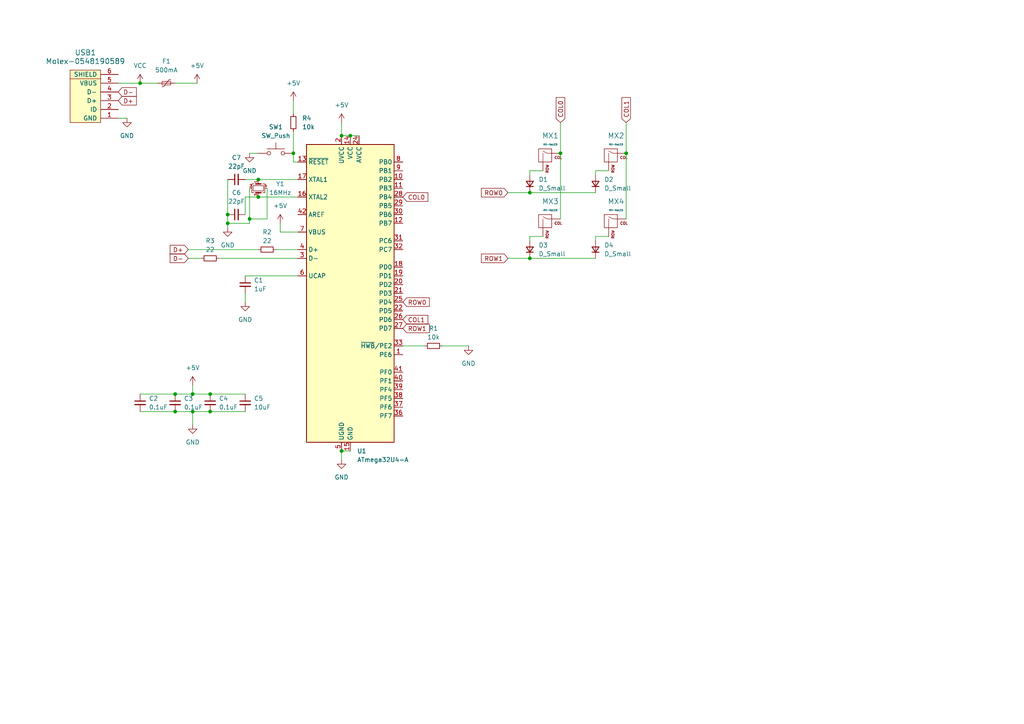
<source format=kicad_sch>
(kicad_sch (version 20230121) (generator eeschema)

  (uuid 22d903bf-eb1a-4714-9008-17db78af3529)

  (paper "A4")

  (lib_symbols
    (symbol "Device:C_Small" (pin_numbers hide) (pin_names (offset 0.254) hide) (in_bom yes) (on_board yes)
      (property "Reference" "C" (at 0.254 1.778 0)
        (effects (font (size 1.27 1.27)) (justify left))
      )
      (property "Value" "C_Small" (at 0.254 -2.032 0)
        (effects (font (size 1.27 1.27)) (justify left))
      )
      (property "Footprint" "" (at 0 0 0)
        (effects (font (size 1.27 1.27)) hide)
      )
      (property "Datasheet" "~" (at 0 0 0)
        (effects (font (size 1.27 1.27)) hide)
      )
      (property "ki_keywords" "capacitor cap" (at 0 0 0)
        (effects (font (size 1.27 1.27)) hide)
      )
      (property "ki_description" "Unpolarized capacitor, small symbol" (at 0 0 0)
        (effects (font (size 1.27 1.27)) hide)
      )
      (property "ki_fp_filters" "C_*" (at 0 0 0)
        (effects (font (size 1.27 1.27)) hide)
      )
      (symbol "C_Small_0_1"
        (polyline
          (pts
            (xy -1.524 -0.508)
            (xy 1.524 -0.508)
          )
          (stroke (width 0.3302) (type default))
          (fill (type none))
        )
        (polyline
          (pts
            (xy -1.524 0.508)
            (xy 1.524 0.508)
          )
          (stroke (width 0.3048) (type default))
          (fill (type none))
        )
      )
      (symbol "C_Small_1_1"
        (pin passive line (at 0 2.54 270) (length 2.032)
          (name "~" (effects (font (size 1.27 1.27))))
          (number "1" (effects (font (size 1.27 1.27))))
        )
        (pin passive line (at 0 -2.54 90) (length 2.032)
          (name "~" (effects (font (size 1.27 1.27))))
          (number "2" (effects (font (size 1.27 1.27))))
        )
      )
    )
    (symbol "Device:Crystal_GND24_Small" (pin_names (offset 1.016) hide) (in_bom yes) (on_board yes)
      (property "Reference" "Y" (at 1.27 4.445 0)
        (effects (font (size 1.27 1.27)) (justify left))
      )
      (property "Value" "Crystal_GND24_Small" (at 1.27 2.54 0)
        (effects (font (size 1.27 1.27)) (justify left))
      )
      (property "Footprint" "" (at 0 0 0)
        (effects (font (size 1.27 1.27)) hide)
      )
      (property "Datasheet" "~" (at 0 0 0)
        (effects (font (size 1.27 1.27)) hide)
      )
      (property "ki_keywords" "quartz ceramic resonator oscillator" (at 0 0 0)
        (effects (font (size 1.27 1.27)) hide)
      )
      (property "ki_description" "Four pin crystal, GND on pins 2 and 4, small symbol" (at 0 0 0)
        (effects (font (size 1.27 1.27)) hide)
      )
      (property "ki_fp_filters" "Crystal*" (at 0 0 0)
        (effects (font (size 1.27 1.27)) hide)
      )
      (symbol "Crystal_GND24_Small_0_1"
        (rectangle (start -0.762 -1.524) (end 0.762 1.524)
          (stroke (width 0) (type default))
          (fill (type none))
        )
        (polyline
          (pts
            (xy -1.27 -0.762)
            (xy -1.27 0.762)
          )
          (stroke (width 0.381) (type default))
          (fill (type none))
        )
        (polyline
          (pts
            (xy 1.27 -0.762)
            (xy 1.27 0.762)
          )
          (stroke (width 0.381) (type default))
          (fill (type none))
        )
        (polyline
          (pts
            (xy -1.27 -1.27)
            (xy -1.27 -1.905)
            (xy 1.27 -1.905)
            (xy 1.27 -1.27)
          )
          (stroke (width 0) (type default))
          (fill (type none))
        )
        (polyline
          (pts
            (xy -1.27 1.27)
            (xy -1.27 1.905)
            (xy 1.27 1.905)
            (xy 1.27 1.27)
          )
          (stroke (width 0) (type default))
          (fill (type none))
        )
      )
      (symbol "Crystal_GND24_Small_1_1"
        (pin passive line (at -2.54 0 0) (length 1.27)
          (name "1" (effects (font (size 1.27 1.27))))
          (number "1" (effects (font (size 0.762 0.762))))
        )
        (pin passive line (at 0 -2.54 90) (length 0.635)
          (name "2" (effects (font (size 1.27 1.27))))
          (number "2" (effects (font (size 0.762 0.762))))
        )
        (pin passive line (at 2.54 0 180) (length 1.27)
          (name "3" (effects (font (size 1.27 1.27))))
          (number "3" (effects (font (size 0.762 0.762))))
        )
        (pin passive line (at 0 2.54 270) (length 0.635)
          (name "4" (effects (font (size 1.27 1.27))))
          (number "4" (effects (font (size 0.762 0.762))))
        )
      )
    )
    (symbol "Device:D_Small" (pin_numbers hide) (pin_names (offset 0.254) hide) (in_bom yes) (on_board yes)
      (property "Reference" "D" (at -1.27 2.032 0)
        (effects (font (size 1.27 1.27)) (justify left))
      )
      (property "Value" "D_Small" (at -3.81 -2.032 0)
        (effects (font (size 1.27 1.27)) (justify left))
      )
      (property "Footprint" "" (at 0 0 90)
        (effects (font (size 1.27 1.27)) hide)
      )
      (property "Datasheet" "~" (at 0 0 90)
        (effects (font (size 1.27 1.27)) hide)
      )
      (property "Sim.Device" "D" (at 0 0 0)
        (effects (font (size 1.27 1.27)) hide)
      )
      (property "Sim.Pins" "1=K 2=A" (at 0 0 0)
        (effects (font (size 1.27 1.27)) hide)
      )
      (property "ki_keywords" "diode" (at 0 0 0)
        (effects (font (size 1.27 1.27)) hide)
      )
      (property "ki_description" "Diode, small symbol" (at 0 0 0)
        (effects (font (size 1.27 1.27)) hide)
      )
      (property "ki_fp_filters" "TO-???* *_Diode_* *SingleDiode* D_*" (at 0 0 0)
        (effects (font (size 1.27 1.27)) hide)
      )
      (symbol "D_Small_0_1"
        (polyline
          (pts
            (xy -0.762 -1.016)
            (xy -0.762 1.016)
          )
          (stroke (width 0.254) (type default))
          (fill (type none))
        )
        (polyline
          (pts
            (xy -0.762 0)
            (xy 0.762 0)
          )
          (stroke (width 0) (type default))
          (fill (type none))
        )
        (polyline
          (pts
            (xy 0.762 -1.016)
            (xy -0.762 0)
            (xy 0.762 1.016)
            (xy 0.762 -1.016)
          )
          (stroke (width 0.254) (type default))
          (fill (type none))
        )
      )
      (symbol "D_Small_1_1"
        (pin passive line (at -2.54 0 0) (length 1.778)
          (name "K" (effects (font (size 1.27 1.27))))
          (number "1" (effects (font (size 1.27 1.27))))
        )
        (pin passive line (at 2.54 0 180) (length 1.778)
          (name "A" (effects (font (size 1.27 1.27))))
          (number "2" (effects (font (size 1.27 1.27))))
        )
      )
    )
    (symbol "Device:Polyfuse_Small" (pin_numbers hide) (pin_names (offset 0)) (in_bom yes) (on_board yes)
      (property "Reference" "F" (at -1.905 0 90)
        (effects (font (size 1.27 1.27)))
      )
      (property "Value" "Polyfuse_Small" (at 1.905 0 90)
        (effects (font (size 1.27 1.27)))
      )
      (property "Footprint" "" (at 1.27 -5.08 0)
        (effects (font (size 1.27 1.27)) (justify left) hide)
      )
      (property "Datasheet" "~" (at 0 0 0)
        (effects (font (size 1.27 1.27)) hide)
      )
      (property "ki_keywords" "resettable fuse PTC PPTC polyfuse polyswitch" (at 0 0 0)
        (effects (font (size 1.27 1.27)) hide)
      )
      (property "ki_description" "Resettable fuse, polymeric positive temperature coefficient, small symbol" (at 0 0 0)
        (effects (font (size 1.27 1.27)) hide)
      )
      (property "ki_fp_filters" "*polyfuse* *PTC*" (at 0 0 0)
        (effects (font (size 1.27 1.27)) hide)
      )
      (symbol "Polyfuse_Small_0_1"
        (rectangle (start -0.508 1.27) (end 0.508 -1.27)
          (stroke (width 0) (type default))
          (fill (type none))
        )
        (polyline
          (pts
            (xy 0 2.54)
            (xy 0 -2.54)
          )
          (stroke (width 0) (type default))
          (fill (type none))
        )
        (polyline
          (pts
            (xy -1.016 1.27)
            (xy -1.016 0.762)
            (xy 1.016 -0.762)
            (xy 1.016 -1.27)
          )
          (stroke (width 0) (type default))
          (fill (type none))
        )
      )
      (symbol "Polyfuse_Small_1_1"
        (pin passive line (at 0 2.54 270) (length 0.635)
          (name "~" (effects (font (size 1.27 1.27))))
          (number "1" (effects (font (size 1.27 1.27))))
        )
        (pin passive line (at 0 -2.54 90) (length 0.635)
          (name "~" (effects (font (size 1.27 1.27))))
          (number "2" (effects (font (size 1.27 1.27))))
        )
      )
    )
    (symbol "Device:R_Small" (pin_numbers hide) (pin_names (offset 0.254) hide) (in_bom yes) (on_board yes)
      (property "Reference" "R" (at 0.762 0.508 0)
        (effects (font (size 1.27 1.27)) (justify left))
      )
      (property "Value" "R_Small" (at 0.762 -1.016 0)
        (effects (font (size 1.27 1.27)) (justify left))
      )
      (property "Footprint" "" (at 0 0 0)
        (effects (font (size 1.27 1.27)) hide)
      )
      (property "Datasheet" "~" (at 0 0 0)
        (effects (font (size 1.27 1.27)) hide)
      )
      (property "ki_keywords" "R resistor" (at 0 0 0)
        (effects (font (size 1.27 1.27)) hide)
      )
      (property "ki_description" "Resistor, small symbol" (at 0 0 0)
        (effects (font (size 1.27 1.27)) hide)
      )
      (property "ki_fp_filters" "R_*" (at 0 0 0)
        (effects (font (size 1.27 1.27)) hide)
      )
      (symbol "R_Small_0_1"
        (rectangle (start -0.762 1.778) (end 0.762 -1.778)
          (stroke (width 0.2032) (type default))
          (fill (type none))
        )
      )
      (symbol "R_Small_1_1"
        (pin passive line (at 0 2.54 270) (length 0.762)
          (name "~" (effects (font (size 1.27 1.27))))
          (number "1" (effects (font (size 1.27 1.27))))
        )
        (pin passive line (at 0 -2.54 90) (length 0.762)
          (name "~" (effects (font (size 1.27 1.27))))
          (number "2" (effects (font (size 1.27 1.27))))
        )
      )
    )
    (symbol "MCU_Microchip_ATmega:ATmega32U4-A" (in_bom yes) (on_board yes)
      (property "Reference" "U" (at -12.7 44.45 0)
        (effects (font (size 1.27 1.27)) (justify left bottom))
      )
      (property "Value" "ATmega32U4-A" (at 2.54 -44.45 0)
        (effects (font (size 1.27 1.27)) (justify left top))
      )
      (property "Footprint" "Package_QFP:TQFP-44_10x10mm_P0.8mm" (at 0 0 0)
        (effects (font (size 1.27 1.27) italic) hide)
      )
      (property "Datasheet" "http://ww1.microchip.com/downloads/en/DeviceDoc/Atmel-7766-8-bit-AVR-ATmega16U4-32U4_Datasheet.pdf" (at 0 0 0)
        (effects (font (size 1.27 1.27)) hide)
      )
      (property "ki_keywords" "AVR 8bit Microcontroller MegaAVR USB" (at 0 0 0)
        (effects (font (size 1.27 1.27)) hide)
      )
      (property "ki_description" "16MHz, 32kB Flash, 2.5kB SRAM, 1kB EEPROM, USB 2.0, TQFP-44" (at 0 0 0)
        (effects (font (size 1.27 1.27)) hide)
      )
      (property "ki_fp_filters" "TQFP*10x10mm*P0.8mm*" (at 0 0 0)
        (effects (font (size 1.27 1.27)) hide)
      )
      (symbol "ATmega32U4-A_0_1"
        (rectangle (start -12.7 -43.18) (end 12.7 43.18)
          (stroke (width 0.254) (type default))
          (fill (type background))
        )
      )
      (symbol "ATmega32U4-A_1_1"
        (pin bidirectional line (at 15.24 -17.78 180) (length 2.54)
          (name "PE6" (effects (font (size 1.27 1.27))))
          (number "1" (effects (font (size 1.27 1.27))))
        )
        (pin bidirectional line (at 15.24 33.02 180) (length 2.54)
          (name "PB2" (effects (font (size 1.27 1.27))))
          (number "10" (effects (font (size 1.27 1.27))))
        )
        (pin bidirectional line (at 15.24 30.48 180) (length 2.54)
          (name "PB3" (effects (font (size 1.27 1.27))))
          (number "11" (effects (font (size 1.27 1.27))))
        )
        (pin bidirectional line (at 15.24 20.32 180) (length 2.54)
          (name "PB7" (effects (font (size 1.27 1.27))))
          (number "12" (effects (font (size 1.27 1.27))))
        )
        (pin input line (at -15.24 38.1 0) (length 2.54)
          (name "~{RESET}" (effects (font (size 1.27 1.27))))
          (number "13" (effects (font (size 1.27 1.27))))
        )
        (pin power_in line (at 0 45.72 270) (length 2.54)
          (name "VCC" (effects (font (size 1.27 1.27))))
          (number "14" (effects (font (size 1.27 1.27))))
        )
        (pin power_in line (at 0 -45.72 90) (length 2.54)
          (name "GND" (effects (font (size 1.27 1.27))))
          (number "15" (effects (font (size 1.27 1.27))))
        )
        (pin output line (at -15.24 27.94 0) (length 2.54)
          (name "XTAL2" (effects (font (size 1.27 1.27))))
          (number "16" (effects (font (size 1.27 1.27))))
        )
        (pin input line (at -15.24 33.02 0) (length 2.54)
          (name "XTAL1" (effects (font (size 1.27 1.27))))
          (number "17" (effects (font (size 1.27 1.27))))
        )
        (pin bidirectional line (at 15.24 7.62 180) (length 2.54)
          (name "PD0" (effects (font (size 1.27 1.27))))
          (number "18" (effects (font (size 1.27 1.27))))
        )
        (pin bidirectional line (at 15.24 5.08 180) (length 2.54)
          (name "PD1" (effects (font (size 1.27 1.27))))
          (number "19" (effects (font (size 1.27 1.27))))
        )
        (pin power_in line (at -2.54 45.72 270) (length 2.54)
          (name "UVCC" (effects (font (size 1.27 1.27))))
          (number "2" (effects (font (size 1.27 1.27))))
        )
        (pin bidirectional line (at 15.24 2.54 180) (length 2.54)
          (name "PD2" (effects (font (size 1.27 1.27))))
          (number "20" (effects (font (size 1.27 1.27))))
        )
        (pin bidirectional line (at 15.24 0 180) (length 2.54)
          (name "PD3" (effects (font (size 1.27 1.27))))
          (number "21" (effects (font (size 1.27 1.27))))
        )
        (pin bidirectional line (at 15.24 -5.08 180) (length 2.54)
          (name "PD5" (effects (font (size 1.27 1.27))))
          (number "22" (effects (font (size 1.27 1.27))))
        )
        (pin passive line (at 0 -45.72 90) (length 2.54) hide
          (name "GND" (effects (font (size 1.27 1.27))))
          (number "23" (effects (font (size 1.27 1.27))))
        )
        (pin power_in line (at 2.54 45.72 270) (length 2.54)
          (name "AVCC" (effects (font (size 1.27 1.27))))
          (number "24" (effects (font (size 1.27 1.27))))
        )
        (pin bidirectional line (at 15.24 -2.54 180) (length 2.54)
          (name "PD4" (effects (font (size 1.27 1.27))))
          (number "25" (effects (font (size 1.27 1.27))))
        )
        (pin bidirectional line (at 15.24 -7.62 180) (length 2.54)
          (name "PD6" (effects (font (size 1.27 1.27))))
          (number "26" (effects (font (size 1.27 1.27))))
        )
        (pin bidirectional line (at 15.24 -10.16 180) (length 2.54)
          (name "PD7" (effects (font (size 1.27 1.27))))
          (number "27" (effects (font (size 1.27 1.27))))
        )
        (pin bidirectional line (at 15.24 27.94 180) (length 2.54)
          (name "PB4" (effects (font (size 1.27 1.27))))
          (number "28" (effects (font (size 1.27 1.27))))
        )
        (pin bidirectional line (at 15.24 25.4 180) (length 2.54)
          (name "PB5" (effects (font (size 1.27 1.27))))
          (number "29" (effects (font (size 1.27 1.27))))
        )
        (pin bidirectional line (at -15.24 10.16 0) (length 2.54)
          (name "D-" (effects (font (size 1.27 1.27))))
          (number "3" (effects (font (size 1.27 1.27))))
        )
        (pin bidirectional line (at 15.24 22.86 180) (length 2.54)
          (name "PB6" (effects (font (size 1.27 1.27))))
          (number "30" (effects (font (size 1.27 1.27))))
        )
        (pin bidirectional line (at 15.24 15.24 180) (length 2.54)
          (name "PC6" (effects (font (size 1.27 1.27))))
          (number "31" (effects (font (size 1.27 1.27))))
        )
        (pin bidirectional line (at 15.24 12.7 180) (length 2.54)
          (name "PC7" (effects (font (size 1.27 1.27))))
          (number "32" (effects (font (size 1.27 1.27))))
        )
        (pin bidirectional line (at 15.24 -15.24 180) (length 2.54)
          (name "~{HWB}/PE2" (effects (font (size 1.27 1.27))))
          (number "33" (effects (font (size 1.27 1.27))))
        )
        (pin passive line (at 0 45.72 270) (length 2.54) hide
          (name "VCC" (effects (font (size 1.27 1.27))))
          (number "34" (effects (font (size 1.27 1.27))))
        )
        (pin passive line (at 0 -45.72 90) (length 2.54) hide
          (name "GND" (effects (font (size 1.27 1.27))))
          (number "35" (effects (font (size 1.27 1.27))))
        )
        (pin bidirectional line (at 15.24 -35.56 180) (length 2.54)
          (name "PF7" (effects (font (size 1.27 1.27))))
          (number "36" (effects (font (size 1.27 1.27))))
        )
        (pin bidirectional line (at 15.24 -33.02 180) (length 2.54)
          (name "PF6" (effects (font (size 1.27 1.27))))
          (number "37" (effects (font (size 1.27 1.27))))
        )
        (pin bidirectional line (at 15.24 -30.48 180) (length 2.54)
          (name "PF5" (effects (font (size 1.27 1.27))))
          (number "38" (effects (font (size 1.27 1.27))))
        )
        (pin bidirectional line (at 15.24 -27.94 180) (length 2.54)
          (name "PF4" (effects (font (size 1.27 1.27))))
          (number "39" (effects (font (size 1.27 1.27))))
        )
        (pin bidirectional line (at -15.24 12.7 0) (length 2.54)
          (name "D+" (effects (font (size 1.27 1.27))))
          (number "4" (effects (font (size 1.27 1.27))))
        )
        (pin bidirectional line (at 15.24 -25.4 180) (length 2.54)
          (name "PF1" (effects (font (size 1.27 1.27))))
          (number "40" (effects (font (size 1.27 1.27))))
        )
        (pin bidirectional line (at 15.24 -22.86 180) (length 2.54)
          (name "PF0" (effects (font (size 1.27 1.27))))
          (number "41" (effects (font (size 1.27 1.27))))
        )
        (pin passive line (at -15.24 22.86 0) (length 2.54)
          (name "AREF" (effects (font (size 1.27 1.27))))
          (number "42" (effects (font (size 1.27 1.27))))
        )
        (pin passive line (at 0 -45.72 90) (length 2.54) hide
          (name "GND" (effects (font (size 1.27 1.27))))
          (number "43" (effects (font (size 1.27 1.27))))
        )
        (pin passive line (at 2.54 45.72 270) (length 2.54) hide
          (name "AVCC" (effects (font (size 1.27 1.27))))
          (number "44" (effects (font (size 1.27 1.27))))
        )
        (pin passive line (at -2.54 -45.72 90) (length 2.54)
          (name "UGND" (effects (font (size 1.27 1.27))))
          (number "5" (effects (font (size 1.27 1.27))))
        )
        (pin passive line (at -15.24 5.08 0) (length 2.54)
          (name "UCAP" (effects (font (size 1.27 1.27))))
          (number "6" (effects (font (size 1.27 1.27))))
        )
        (pin input line (at -15.24 17.78 0) (length 2.54)
          (name "VBUS" (effects (font (size 1.27 1.27))))
          (number "7" (effects (font (size 1.27 1.27))))
        )
        (pin bidirectional line (at 15.24 38.1 180) (length 2.54)
          (name "PB0" (effects (font (size 1.27 1.27))))
          (number "8" (effects (font (size 1.27 1.27))))
        )
        (pin bidirectional line (at 15.24 35.56 180) (length 2.54)
          (name "PB1" (effects (font (size 1.27 1.27))))
          (number "9" (effects (font (size 1.27 1.27))))
        )
      )
    )
    (symbol "MX_Alps_Hybrid:MX-NoLED" (pin_names (offset 1.016)) (in_bom yes) (on_board yes)
      (property "Reference" "MX" (at -0.635 3.81 0)
        (effects (font (size 1.524 1.524)))
      )
      (property "Value" "MX-NoLED" (at -0.635 1.27 0)
        (effects (font (size 0.508 0.508)))
      )
      (property "Footprint" "" (at -15.875 -0.635 0)
        (effects (font (size 1.524 1.524)) hide)
      )
      (property "Datasheet" "" (at -15.875 -0.635 0)
        (effects (font (size 1.524 1.524)) hide)
      )
      (symbol "MX-NoLED_0_0"
        (rectangle (start -2.54 2.54) (end 1.27 -1.27)
          (stroke (width 0) (type solid))
          (fill (type none))
        )
        (polyline
          (pts
            (xy -1.27 -1.27)
            (xy -1.27 1.27)
          )
          (stroke (width 0.127) (type solid))
          (fill (type none))
        )
        (polyline
          (pts
            (xy 1.27 1.27)
            (xy 0 1.27)
            (xy -1.27 1.905)
          )
          (stroke (width 0.127) (type solid))
          (fill (type none))
        )
        (text "COL" (at 3.175 0 0)
          (effects (font (size 0.762 0.762)))
        )
        (text "ROW" (at 0 -1.905 900)
          (effects (font (size 0.762 0.762)) (justify right))
        )
      )
      (symbol "MX-NoLED_1_1"
        (pin passive line (at 3.81 1.27 180) (length 2.54)
          (name "COL" (effects (font (size 0 0))))
          (number "1" (effects (font (size 0 0))))
        )
        (pin passive line (at -1.27 -3.81 90) (length 2.54)
          (name "ROW" (effects (font (size 0 0))))
          (number "2" (effects (font (size 0 0))))
        )
      )
    )
    (symbol "Switch:SW_Push" (pin_numbers hide) (pin_names (offset 1.016) hide) (in_bom yes) (on_board yes)
      (property "Reference" "SW" (at 1.27 2.54 0)
        (effects (font (size 1.27 1.27)) (justify left))
      )
      (property "Value" "SW_Push" (at 0 -1.524 0)
        (effects (font (size 1.27 1.27)))
      )
      (property "Footprint" "" (at 0 5.08 0)
        (effects (font (size 1.27 1.27)) hide)
      )
      (property "Datasheet" "~" (at 0 5.08 0)
        (effects (font (size 1.27 1.27)) hide)
      )
      (property "ki_keywords" "switch normally-open pushbutton push-button" (at 0 0 0)
        (effects (font (size 1.27 1.27)) hide)
      )
      (property "ki_description" "Push button switch, generic, two pins" (at 0 0 0)
        (effects (font (size 1.27 1.27)) hide)
      )
      (symbol "SW_Push_0_1"
        (circle (center -2.032 0) (radius 0.508)
          (stroke (width 0) (type default))
          (fill (type none))
        )
        (polyline
          (pts
            (xy 0 1.27)
            (xy 0 3.048)
          )
          (stroke (width 0) (type default))
          (fill (type none))
        )
        (polyline
          (pts
            (xy 2.54 1.27)
            (xy -2.54 1.27)
          )
          (stroke (width 0) (type default))
          (fill (type none))
        )
        (circle (center 2.032 0) (radius 0.508)
          (stroke (width 0) (type default))
          (fill (type none))
        )
        (pin passive line (at -5.08 0 0) (length 2.54)
          (name "1" (effects (font (size 1.27 1.27))))
          (number "1" (effects (font (size 1.27 1.27))))
        )
        (pin passive line (at 5.08 0 180) (length 2.54)
          (name "2" (effects (font (size 1.27 1.27))))
          (number "2" (effects (font (size 1.27 1.27))))
        )
      )
    )
    (symbol "power:+5V" (power) (pin_names (offset 0)) (in_bom yes) (on_board yes)
      (property "Reference" "#PWR" (at 0 -3.81 0)
        (effects (font (size 1.27 1.27)) hide)
      )
      (property "Value" "+5V" (at 0 3.556 0)
        (effects (font (size 1.27 1.27)))
      )
      (property "Footprint" "" (at 0 0 0)
        (effects (font (size 1.27 1.27)) hide)
      )
      (property "Datasheet" "" (at 0 0 0)
        (effects (font (size 1.27 1.27)) hide)
      )
      (property "ki_keywords" "global power" (at 0 0 0)
        (effects (font (size 1.27 1.27)) hide)
      )
      (property "ki_description" "Power symbol creates a global label with name \"+5V\"" (at 0 0 0)
        (effects (font (size 1.27 1.27)) hide)
      )
      (symbol "+5V_0_1"
        (polyline
          (pts
            (xy -0.762 1.27)
            (xy 0 2.54)
          )
          (stroke (width 0) (type default))
          (fill (type none))
        )
        (polyline
          (pts
            (xy 0 0)
            (xy 0 2.54)
          )
          (stroke (width 0) (type default))
          (fill (type none))
        )
        (polyline
          (pts
            (xy 0 2.54)
            (xy 0.762 1.27)
          )
          (stroke (width 0) (type default))
          (fill (type none))
        )
      )
      (symbol "+5V_1_1"
        (pin power_in line (at 0 0 90) (length 0) hide
          (name "+5V" (effects (font (size 1.27 1.27))))
          (number "1" (effects (font (size 1.27 1.27))))
        )
      )
    )
    (symbol "power:GND" (power) (pin_names (offset 0)) (in_bom yes) (on_board yes)
      (property "Reference" "#PWR" (at 0 -6.35 0)
        (effects (font (size 1.27 1.27)) hide)
      )
      (property "Value" "GND" (at 0 -3.81 0)
        (effects (font (size 1.27 1.27)))
      )
      (property "Footprint" "" (at 0 0 0)
        (effects (font (size 1.27 1.27)) hide)
      )
      (property "Datasheet" "" (at 0 0 0)
        (effects (font (size 1.27 1.27)) hide)
      )
      (property "ki_keywords" "global power" (at 0 0 0)
        (effects (font (size 1.27 1.27)) hide)
      )
      (property "ki_description" "Power symbol creates a global label with name \"GND\" , ground" (at 0 0 0)
        (effects (font (size 1.27 1.27)) hide)
      )
      (symbol "GND_0_1"
        (polyline
          (pts
            (xy 0 0)
            (xy 0 -1.27)
            (xy 1.27 -1.27)
            (xy 0 -2.54)
            (xy -1.27 -1.27)
            (xy 0 -1.27)
          )
          (stroke (width 0) (type default))
          (fill (type none))
        )
      )
      (symbol "GND_1_1"
        (pin power_in line (at 0 0 270) (length 0) hide
          (name "GND" (effects (font (size 1.27 1.27))))
          (number "1" (effects (font (size 1.27 1.27))))
        )
      )
    )
    (symbol "power:VCC" (power) (pin_names (offset 0)) (in_bom yes) (on_board yes)
      (property "Reference" "#PWR" (at 0 -3.81 0)
        (effects (font (size 1.27 1.27)) hide)
      )
      (property "Value" "VCC" (at 0 3.81 0)
        (effects (font (size 1.27 1.27)))
      )
      (property "Footprint" "" (at 0 0 0)
        (effects (font (size 1.27 1.27)) hide)
      )
      (property "Datasheet" "" (at 0 0 0)
        (effects (font (size 1.27 1.27)) hide)
      )
      (property "ki_keywords" "global power" (at 0 0 0)
        (effects (font (size 1.27 1.27)) hide)
      )
      (property "ki_description" "Power symbol creates a global label with name \"VCC\"" (at 0 0 0)
        (effects (font (size 1.27 1.27)) hide)
      )
      (symbol "VCC_0_1"
        (polyline
          (pts
            (xy -0.762 1.27)
            (xy 0 2.54)
          )
          (stroke (width 0) (type default))
          (fill (type none))
        )
        (polyline
          (pts
            (xy 0 0)
            (xy 0 2.54)
          )
          (stroke (width 0) (type default))
          (fill (type none))
        )
        (polyline
          (pts
            (xy 0 2.54)
            (xy 0.762 1.27)
          )
          (stroke (width 0) (type default))
          (fill (type none))
        )
      )
      (symbol "VCC_1_1"
        (pin power_in line (at 0 0 90) (length 0) hide
          (name "VCC" (effects (font (size 1.27 1.27))))
          (number "1" (effects (font (size 1.27 1.27))))
        )
      )
    )
    (symbol "random-keyboard-parts:Molex-0548190589" (pin_names (offset 1.016)) (in_bom yes) (on_board yes)
      (property "Reference" "USB" (at 0 7.62 0)
        (effects (font (size 1.524 1.524)))
      )
      (property "Value" "Molex-0548190589" (at 0 10.16 0)
        (effects (font (size 1.524 1.524)))
      )
      (property "Footprint" "" (at 0 0 0)
        (effects (font (size 1.524 1.524)) hide)
      )
      (property "Datasheet" "" (at 0 0 0)
        (effects (font (size 1.524 1.524)) hide)
      )
      (symbol "Molex-0548190589_0_0"
        (polyline
          (pts
            (xy 6.35 -2.54)
            (xy 6.35 6.35)
          )
          (stroke (width 0) (type solid))
          (fill (type none))
        )
        (rectangle (start 8.89 -2.54) (end -6.35 6.35)
          (stroke (width 0) (type solid))
          (fill (type background))
        )
      )
      (symbol "Molex-0548190589_1_1"
        (pin input line (at -5.08 -7.62 90) (length 5.08)
          (name "GND" (effects (font (size 1.27 1.27))))
          (number "1" (effects (font (size 1.27 1.27))))
        )
        (pin input line (at -2.54 -7.62 90) (length 5.08)
          (name "ID" (effects (font (size 1.27 1.27))))
          (number "2" (effects (font (size 1.27 1.27))))
        )
        (pin input line (at 0 -7.62 90) (length 5.08)
          (name "D+" (effects (font (size 1.27 1.27))))
          (number "3" (effects (font (size 1.27 1.27))))
        )
        (pin input line (at 2.54 -7.62 90) (length 5.08)
          (name "D-" (effects (font (size 1.27 1.27))))
          (number "4" (effects (font (size 1.27 1.27))))
        )
        (pin input line (at 5.08 -7.62 90) (length 5.08)
          (name "VBUS" (effects (font (size 1.27 1.27))))
          (number "5" (effects (font (size 1.27 1.27))))
        )
        (pin input line (at 7.62 -7.62 90) (length 5.08)
          (name "SHIELD" (effects (font (size 1.27 1.27))))
          (number "6" (effects (font (size 1.27 1.27))))
        )
      )
    )
  )

  (junction (at 55.88 119.38) (diameter 0) (color 0 0 0 0)
    (uuid 2717ea62-4d90-42da-b42b-a8ed50d0bbf6)
  )
  (junction (at 153.67 74.93) (diameter 0) (color 0 0 0 0)
    (uuid 43695c49-71d3-499f-9763-7c382f908d1e)
  )
  (junction (at 99.06 39.37) (diameter 0) (color 0 0 0 0)
    (uuid 45f79b4d-b016-488e-8b17-b07f1560fce5)
  )
  (junction (at 50.8 119.38) (diameter 0) (color 0 0 0 0)
    (uuid 465bac31-8868-44c6-bef5-87f8e70b6979)
  )
  (junction (at 60.96 119.38) (diameter 0) (color 0 0 0 0)
    (uuid 48c7c4bb-59f7-44cb-b794-14e37a22786f)
  )
  (junction (at 66.04 64.77) (diameter 0) (color 0 0 0 0)
    (uuid 58aba37e-946e-43f8-97fc-efe07e278e28)
  )
  (junction (at 50.8 114.3) (diameter 0) (color 0 0 0 0)
    (uuid 7303e09d-34e2-45e3-819d-dfeebbd8905b)
  )
  (junction (at 72.39 63.5) (diameter 0) (color 0 0 0 0)
    (uuid 862cf15d-c615-4da6-9422-82070e316d9d)
  )
  (junction (at 101.6 39.37) (diameter 0) (color 0 0 0 0)
    (uuid 8bd46079-0bf2-43ab-bf95-3d0bf278af83)
  )
  (junction (at 162.56 44.45) (diameter 0) (color 0 0 0 0)
    (uuid 9831b60d-0ec9-4cf6-baa4-f03993c50184)
  )
  (junction (at 181.61 44.45) (diameter 0) (color 0 0 0 0)
    (uuid 9dee1f08-cf20-4cf4-8726-f2bc99d36ae2)
  )
  (junction (at 60.96 114.3) (diameter 0) (color 0 0 0 0)
    (uuid a1f6bbf8-338f-46a8-86e9-0a89a87fa94d)
  )
  (junction (at 153.67 55.88) (diameter 0) (color 0 0 0 0)
    (uuid a31b07c8-0445-473e-8865-cdeb2a5c1720)
  )
  (junction (at 99.06 130.81) (diameter 0) (color 0 0 0 0)
    (uuid a70f9a05-b0c7-4db8-929b-529690f1e635)
  )
  (junction (at 55.88 114.3) (diameter 0) (color 0 0 0 0)
    (uuid c951bbd0-27fa-4620-8aca-aebce570246d)
  )
  (junction (at 74.93 57.15) (diameter 0) (color 0 0 0 0)
    (uuid ce38cfe8-ee6e-41f2-851b-79d75a335d7b)
  )
  (junction (at 74.93 52.07) (diameter 0) (color 0 0 0 0)
    (uuid d28850a9-e329-494d-9884-4416796cfa50)
  )
  (junction (at 85.09 44.45) (diameter 0) (color 0 0 0 0)
    (uuid d32d86a3-fb72-4468-a605-0ddc25d2f415)
  )
  (junction (at 40.64 24.13) (diameter 0) (color 0 0 0 0)
    (uuid f093da0d-dbc7-4274-836e-069e235be0be)
  )
  (junction (at 66.04 62.23) (diameter 0) (color 0 0 0 0)
    (uuid faa286b4-c4d4-4096-8ce5-439073f7a0a0)
  )

  (wire (pts (xy 66.04 64.77) (xy 66.04 66.04))
    (stroke (width 0) (type default))
    (uuid 03791a36-1a91-43a6-bc2d-9f639ca6183e)
  )
  (wire (pts (xy 99.06 39.37) (xy 101.6 39.37))
    (stroke (width 0) (type default))
    (uuid 04664268-753f-407e-b01c-cd081acd5eef)
  )
  (wire (pts (xy 147.32 55.88) (xy 153.67 55.88))
    (stroke (width 0) (type default))
    (uuid 0a721021-a4cb-48c1-941b-9a77c0861342)
  )
  (wire (pts (xy 55.88 119.38) (xy 55.88 123.19))
    (stroke (width 0) (type default))
    (uuid 0d0a94e0-2343-4db9-8191-2b7786b57de2)
  )
  (wire (pts (xy 172.72 49.53) (xy 176.53 49.53))
    (stroke (width 0) (type default))
    (uuid 0e22cc47-61ea-4c12-97be-fa8e9d07097c)
  )
  (wire (pts (xy 128.27 100.33) (xy 135.89 100.33))
    (stroke (width 0) (type default))
    (uuid 0ef8c314-bebf-47c6-ae2e-4e09c87c6030)
  )
  (wire (pts (xy 153.67 68.58) (xy 157.48 68.58))
    (stroke (width 0) (type default))
    (uuid 10da85b8-2e2f-4805-b55a-7d234f398bfd)
  )
  (wire (pts (xy 172.72 68.58) (xy 176.53 68.58))
    (stroke (width 0) (type default))
    (uuid 127ed6cf-f4b1-425c-9682-312fe8af13d1)
  )
  (wire (pts (xy 172.72 50.8) (xy 172.72 49.53))
    (stroke (width 0) (type default))
    (uuid 1389f7b0-604e-4cd4-8584-85d7c944e030)
  )
  (wire (pts (xy 40.64 114.3) (xy 50.8 114.3))
    (stroke (width 0) (type default))
    (uuid 142fd155-091c-4cca-98a8-98c09ffd33f1)
  )
  (wire (pts (xy 34.29 24.13) (xy 40.64 24.13))
    (stroke (width 0) (type default))
    (uuid 189e83b1-601e-478c-bf7c-9f4f93b4ece8)
  )
  (wire (pts (xy 54.61 74.93) (xy 58.42 74.93))
    (stroke (width 0) (type default))
    (uuid 200d35ce-ac66-46db-9bac-3c8f3fa3e2f6)
  )
  (wire (pts (xy 85.09 46.99) (xy 85.09 44.45))
    (stroke (width 0) (type default))
    (uuid 22a76e91-3672-4f6b-8646-7dede02bb41e)
  )
  (wire (pts (xy 71.12 57.15) (xy 74.93 57.15))
    (stroke (width 0) (type default))
    (uuid 246bb3f9-d1ac-4240-b1ee-6823bcd325ec)
  )
  (wire (pts (xy 63.5 74.93) (xy 86.36 74.93))
    (stroke (width 0) (type default))
    (uuid 27a013fd-e455-436b-963b-6c9a94ad89da)
  )
  (wire (pts (xy 71.12 85.09) (xy 71.12 87.63))
    (stroke (width 0) (type default))
    (uuid 2a338c13-9bf7-475d-84ce-b1359e9f265f)
  )
  (wire (pts (xy 66.04 62.23) (xy 66.04 64.77))
    (stroke (width 0) (type default))
    (uuid 3099913f-618b-4d62-b9d5-d4de2830a5e5)
  )
  (wire (pts (xy 153.67 50.8) (xy 153.67 49.53))
    (stroke (width 0) (type default))
    (uuid 31e1aec6-57db-4acb-9eb5-6c91d68c0b97)
  )
  (wire (pts (xy 71.12 80.01) (xy 86.36 80.01))
    (stroke (width 0) (type default))
    (uuid 389089e0-5446-4fae-b629-2b979b2d3aa9)
  )
  (wire (pts (xy 71.12 52.07) (xy 74.93 52.07))
    (stroke (width 0) (type default))
    (uuid 504e3e1a-aa12-452e-8f47-c2203ed0a7f0)
  )
  (wire (pts (xy 99.06 130.81) (xy 101.6 130.81))
    (stroke (width 0) (type default))
    (uuid 549013e2-e965-4582-afaf-9be68f85d806)
  )
  (wire (pts (xy 162.56 44.45) (xy 162.56 63.5))
    (stroke (width 0) (type default))
    (uuid 59021cba-f877-432a-a4c4-da04f9e888d1)
  )
  (wire (pts (xy 181.61 35.56) (xy 181.61 44.45))
    (stroke (width 0) (type default))
    (uuid 5d8d30f2-27db-4b11-9f9e-004624fe7755)
  )
  (wire (pts (xy 81.28 67.31) (xy 86.36 67.31))
    (stroke (width 0) (type default))
    (uuid 5e03466c-c379-48a8-bd1b-1ef1d42d77e7)
  )
  (wire (pts (xy 85.09 29.21) (xy 85.09 33.02))
    (stroke (width 0) (type default))
    (uuid 67d4cdc5-45c7-4d40-9d24-cb38342d240f)
  )
  (wire (pts (xy 72.39 44.45) (xy 74.93 44.45))
    (stroke (width 0) (type default))
    (uuid 71bd1a7b-68f5-4a20-b093-468c6d3e9c15)
  )
  (wire (pts (xy 40.64 119.38) (xy 50.8 119.38))
    (stroke (width 0) (type default))
    (uuid 7428615b-ee7f-4c4c-9fc1-0adf69882491)
  )
  (wire (pts (xy 72.39 63.5) (xy 72.39 64.77))
    (stroke (width 0) (type default))
    (uuid 75d6c00c-6b65-4344-a42c-f28bc5ac67da)
  )
  (wire (pts (xy 74.93 52.07) (xy 86.36 52.07))
    (stroke (width 0) (type default))
    (uuid 7a459d17-5082-4156-b516-99b4db360b1e)
  )
  (wire (pts (xy 181.61 44.45) (xy 181.61 63.5))
    (stroke (width 0) (type default))
    (uuid 7c7fe3bd-02c3-4633-a445-e78a2b6679a7)
  )
  (wire (pts (xy 116.84 100.33) (xy 123.19 100.33))
    (stroke (width 0) (type default))
    (uuid 802600b2-45a8-4bd3-9c57-82c75ad283dd)
  )
  (wire (pts (xy 153.67 74.93) (xy 172.72 74.93))
    (stroke (width 0) (type default))
    (uuid 818a37ee-0553-4335-bc46-e1a1c8342f62)
  )
  (wire (pts (xy 50.8 114.3) (xy 55.88 114.3))
    (stroke (width 0) (type default))
    (uuid 8bd01e96-a577-43a8-b7fb-48e2d7d2ce32)
  )
  (wire (pts (xy 162.56 35.56) (xy 162.56 44.45))
    (stroke (width 0) (type default))
    (uuid 8d54cb09-3260-4a5c-af3a-7531af64f0f1)
  )
  (wire (pts (xy 172.72 69.85) (xy 172.72 68.58))
    (stroke (width 0) (type default))
    (uuid 8f2542aa-dad2-4afa-8cb9-cceab3a3c0fc)
  )
  (wire (pts (xy 74.93 57.15) (xy 86.36 57.15))
    (stroke (width 0) (type default))
    (uuid 91619e17-4017-4fa0-bec1-088fc9cff366)
  )
  (wire (pts (xy 72.39 64.77) (xy 66.04 64.77))
    (stroke (width 0) (type default))
    (uuid 9638dad8-5404-4d5c-8245-f02bafc83910)
  )
  (wire (pts (xy 99.06 35.56) (xy 99.06 39.37))
    (stroke (width 0) (type default))
    (uuid 96b0e246-bac5-40c6-ac4c-6d8052939bbb)
  )
  (wire (pts (xy 71.12 114.3) (xy 60.96 114.3))
    (stroke (width 0) (type default))
    (uuid 97068aff-43b6-419e-a523-afc4147bf4c5)
  )
  (wire (pts (xy 153.67 69.85) (xy 153.67 68.58))
    (stroke (width 0) (type default))
    (uuid 98064e88-1b3b-4b0a-8626-1bb1d8037e15)
  )
  (wire (pts (xy 34.29 34.29) (xy 36.83 34.29))
    (stroke (width 0) (type default))
    (uuid 9e2ac8fa-389b-4de1-aafb-967c25688322)
  )
  (wire (pts (xy 55.88 114.3) (xy 55.88 111.76))
    (stroke (width 0) (type default))
    (uuid a04b0d5b-f850-4c98-9730-3c4a94b5889c)
  )
  (wire (pts (xy 101.6 39.37) (xy 104.14 39.37))
    (stroke (width 0) (type default))
    (uuid a28a2c74-d6e9-4bac-99dc-67ae56e81421)
  )
  (wire (pts (xy 71.12 119.38) (xy 60.96 119.38))
    (stroke (width 0) (type default))
    (uuid aab3e18a-19aa-4512-b49a-1a3b1e534acd)
  )
  (wire (pts (xy 54.61 72.39) (xy 74.93 72.39))
    (stroke (width 0) (type default))
    (uuid b32ff2d6-b7ee-46db-91c1-8c9f44df6863)
  )
  (wire (pts (xy 153.67 49.53) (xy 157.48 49.53))
    (stroke (width 0) (type default))
    (uuid bb9b5f5e-fa08-402b-bb62-f3432e8067e1)
  )
  (wire (pts (xy 50.8 119.38) (xy 55.88 119.38))
    (stroke (width 0) (type default))
    (uuid bd37c45d-848e-474a-849a-78f5a186673e)
  )
  (wire (pts (xy 72.39 63.5) (xy 77.47 63.5))
    (stroke (width 0) (type default))
    (uuid c28b6718-aa1d-4975-a650-392bab5c9e8d)
  )
  (wire (pts (xy 66.04 52.07) (xy 66.04 62.23))
    (stroke (width 0) (type default))
    (uuid c6eecb9c-28a7-40a9-bdfa-7d74c7edd81f)
  )
  (wire (pts (xy 55.88 114.3) (xy 60.96 114.3))
    (stroke (width 0) (type default))
    (uuid c7711519-e2c7-4a9c-95bf-d9826381d0b8)
  )
  (wire (pts (xy 86.36 46.99) (xy 85.09 46.99))
    (stroke (width 0) (type default))
    (uuid c83f9336-060a-442c-b9e7-bfdc81d1dcaa)
  )
  (wire (pts (xy 81.28 64.77) (xy 81.28 67.31))
    (stroke (width 0) (type default))
    (uuid ca57bd7c-9822-4565-8918-0cbe9236e16f)
  )
  (wire (pts (xy 50.8 24.13) (xy 57.15 24.13))
    (stroke (width 0) (type default))
    (uuid d8555eb8-315a-4d36-ae51-20e8c8855529)
  )
  (wire (pts (xy 153.67 55.88) (xy 172.72 55.88))
    (stroke (width 0) (type default))
    (uuid dc6211fb-efb0-4889-ac80-57c8d25370bd)
  )
  (wire (pts (xy 99.06 130.81) (xy 99.06 133.35))
    (stroke (width 0) (type default))
    (uuid e764016a-532a-4785-b0cb-80ec6a0ebc32)
  )
  (wire (pts (xy 77.47 63.5) (xy 77.47 54.61))
    (stroke (width 0) (type default))
    (uuid eafc01b0-6346-4257-b22b-5e154b1ec518)
  )
  (wire (pts (xy 147.32 74.93) (xy 153.67 74.93))
    (stroke (width 0) (type default))
    (uuid ec389a41-6b9b-47a0-8c67-b441f9b52fc5)
  )
  (wire (pts (xy 55.88 119.38) (xy 60.96 119.38))
    (stroke (width 0) (type default))
    (uuid ef999662-93fc-4bc0-aca6-68c4f90cd526)
  )
  (wire (pts (xy 72.39 54.61) (xy 72.39 63.5))
    (stroke (width 0) (type default))
    (uuid f04b7ba5-1868-42eb-94ae-170b14a9a0fc)
  )
  (wire (pts (xy 40.64 24.13) (xy 45.72 24.13))
    (stroke (width 0) (type default))
    (uuid f5d0eecd-e3ad-46a3-8aef-922f0bb04c30)
  )
  (wire (pts (xy 80.01 72.39) (xy 86.36 72.39))
    (stroke (width 0) (type default))
    (uuid fa753077-f85a-46ed-b268-dfaf8dc4b42f)
  )
  (wire (pts (xy 85.09 38.1) (xy 85.09 44.45))
    (stroke (width 0) (type default))
    (uuid fba40cfa-b1bd-467d-9568-b84a68c7274d)
  )
  (wire (pts (xy 71.12 62.23) (xy 71.12 57.15))
    (stroke (width 0) (type default))
    (uuid fdce9454-0682-426e-a28e-ccc67170609f)
  )

  (global_label "COL0" (shape input) (at 116.84 57.15 0) (fields_autoplaced)
    (effects (font (size 1.27 1.27)) (justify left))
    (uuid 0b00cf66-856e-453a-b56c-891c2c25c5e8)
    (property "Intersheetrefs" "${INTERSHEET_REFS}" (at 124.5839 57.15 0)
      (effects (font (size 1.27 1.27)) (justify left) hide)
    )
  )
  (global_label "COL1" (shape input) (at 181.61 35.56 90) (fields_autoplaced)
    (effects (font (size 1.27 1.27)) (justify left))
    (uuid 132e37aa-9904-4c04-b0d6-19d2ee94b88e)
    (property "Intersheetrefs" "${INTERSHEET_REFS}" (at 181.61 27.8161 90)
      (effects (font (size 1.27 1.27)) (justify left) hide)
    )
  )
  (global_label "D-" (shape input) (at 34.29 26.67 0) (fields_autoplaced)
    (effects (font (size 1.27 1.27)) (justify left))
    (uuid 14ea9ba6-d914-44df-8656-4e6a92858749)
    (property "Intersheetrefs" "${INTERSHEET_REFS}" (at 40.0382 26.67 0)
      (effects (font (size 1.27 1.27)) (justify left) hide)
    )
  )
  (global_label "ROW1" (shape input) (at 116.84 95.25 0) (fields_autoplaced)
    (effects (font (size 1.27 1.27)) (justify left))
    (uuid 2f2ea607-93f8-467c-af46-3bb03e18aca3)
    (property "Intersheetrefs" "${INTERSHEET_REFS}" (at 125.0072 95.25 0)
      (effects (font (size 1.27 1.27)) (justify left) hide)
    )
  )
  (global_label "D+" (shape input) (at 34.29 29.21 0) (fields_autoplaced)
    (effects (font (size 1.27 1.27)) (justify left))
    (uuid 53491bc3-c7e4-41cb-bad1-5782a56f31c2)
    (property "Intersheetrefs" "${INTERSHEET_REFS}" (at 40.0382 29.21 0)
      (effects (font (size 1.27 1.27)) (justify left) hide)
    )
  )
  (global_label "ROW0" (shape input) (at 147.32 55.88 180) (fields_autoplaced)
    (effects (font (size 1.27 1.27)) (justify right))
    (uuid 977c4abe-868a-4b27-b3a9-67f775a63aab)
    (property "Intersheetrefs" "${INTERSHEET_REFS}" (at 139.1528 55.88 0)
      (effects (font (size 1.27 1.27)) (justify right) hide)
    )
  )
  (global_label "ROW1" (shape input) (at 147.32 74.93 180) (fields_autoplaced)
    (effects (font (size 1.27 1.27)) (justify right))
    (uuid 992fa283-8a97-4cab-9fc1-a644490b3d3b)
    (property "Intersheetrefs" "${INTERSHEET_REFS}" (at 139.1528 74.93 0)
      (effects (font (size 1.27 1.27)) (justify right) hide)
    )
  )
  (global_label "COL1" (shape input) (at 116.84 92.71 0) (fields_autoplaced)
    (effects (font (size 1.27 1.27)) (justify left))
    (uuid 9eabc0cf-8496-47a4-a6f7-d2d55e4872c3)
    (property "Intersheetrefs" "${INTERSHEET_REFS}" (at 124.5839 92.71 0)
      (effects (font (size 1.27 1.27)) (justify left) hide)
    )
  )
  (global_label "ROW0" (shape input) (at 116.84 87.63 0) (fields_autoplaced)
    (effects (font (size 1.27 1.27)) (justify left))
    (uuid 9f4dcc76-4436-480b-826b-9abf2f88d0c4)
    (property "Intersheetrefs" "${INTERSHEET_REFS}" (at 125.0072 87.63 0)
      (effects (font (size 1.27 1.27)) (justify left) hide)
    )
  )
  (global_label "D-" (shape input) (at 54.61 74.93 180) (fields_autoplaced)
    (effects (font (size 1.27 1.27)) (justify right))
    (uuid b65ead87-1e09-4496-9f3b-94503066841f)
    (property "Intersheetrefs" "${INTERSHEET_REFS}" (at 48.8618 74.93 0)
      (effects (font (size 1.27 1.27)) (justify right) hide)
    )
  )
  (global_label "D+" (shape input) (at 54.61 72.39 180) (fields_autoplaced)
    (effects (font (size 1.27 1.27)) (justify right))
    (uuid e0b8a728-ec1a-40a3-9274-5253f35f27ef)
    (property "Intersheetrefs" "${INTERSHEET_REFS}" (at 48.8618 72.39 0)
      (effects (font (size 1.27 1.27)) (justify right) hide)
    )
  )
  (global_label "COL0" (shape input) (at 162.56 35.56 90) (fields_autoplaced)
    (effects (font (size 1.27 1.27)) (justify left))
    (uuid fc22108a-e601-4210-a465-6e20c3eb1c13)
    (property "Intersheetrefs" "${INTERSHEET_REFS}" (at 162.56 27.8161 90)
      (effects (font (size 1.27 1.27)) (justify left) hide)
    )
  )

  (symbol (lib_id "Device:C_Small") (at 50.8 116.84 0) (unit 1)
    (in_bom yes) (on_board yes) (dnp no) (fields_autoplaced)
    (uuid 0e8eac72-fab5-45a7-9050-ccad9795bc11)
    (property "Reference" "C3" (at 53.34 115.5763 0)
      (effects (font (size 1.27 1.27)) (justify left))
    )
    (property "Value" "0.1uF" (at 53.34 118.1163 0)
      (effects (font (size 1.27 1.27)) (justify left))
    )
    (property "Footprint" "Capacitor_SMD:C_0805_2012Metric" (at 50.8 116.84 0)
      (effects (font (size 1.27 1.27)) hide)
    )
    (property "Datasheet" "~" (at 50.8 116.84 0)
      (effects (font (size 1.27 1.27)) hide)
    )
    (pin "1" (uuid 9e35fa36-91f5-4ff8-9922-1ea3c4a29c96))
    (pin "2" (uuid 6911098f-97d1-4a60-a496-2ad2b8b0a461))
    (instances
      (project "test-project"
        (path "/22d903bf-eb1a-4714-9008-17db78af3529"
          (reference "C3") (unit 1)
        )
      )
    )
  )

  (symbol (lib_id "power:GND") (at 66.04 66.04 0) (unit 1)
    (in_bom yes) (on_board yes) (dnp no) (fields_autoplaced)
    (uuid 1931abd1-0c1d-460f-9afa-bb87ffa04551)
    (property "Reference" "#PWR08" (at 66.04 72.39 0)
      (effects (font (size 1.27 1.27)) hide)
    )
    (property "Value" "GND" (at 66.04 71.12 0)
      (effects (font (size 1.27 1.27)))
    )
    (property "Footprint" "" (at 66.04 66.04 0)
      (effects (font (size 1.27 1.27)) hide)
    )
    (property "Datasheet" "" (at 66.04 66.04 0)
      (effects (font (size 1.27 1.27)) hide)
    )
    (pin "1" (uuid 0cba7850-a5e3-47d5-94c8-3817f9ec51bd))
    (instances
      (project "test-project"
        (path "/22d903bf-eb1a-4714-9008-17db78af3529"
          (reference "#PWR08") (unit 1)
        )
      )
    )
  )

  (symbol (lib_id "Device:D_Small") (at 153.67 53.34 90) (unit 1)
    (in_bom yes) (on_board yes) (dnp no) (fields_autoplaced)
    (uuid 2d47b675-9303-4249-bcca-d4361eb25c8b)
    (property "Reference" "D1" (at 156.21 52.07 90)
      (effects (font (size 1.27 1.27)) (justify right))
    )
    (property "Value" "D_Small" (at 156.21 54.61 90)
      (effects (font (size 1.27 1.27)) (justify right))
    )
    (property "Footprint" "Diode_SMD:D_SOD-123" (at 153.67 53.34 90)
      (effects (font (size 1.27 1.27)) hide)
    )
    (property "Datasheet" "~" (at 153.67 53.34 90)
      (effects (font (size 1.27 1.27)) hide)
    )
    (property "Sim.Device" "D" (at 153.67 53.34 0)
      (effects (font (size 1.27 1.27)) hide)
    )
    (property "Sim.Pins" "1=K 2=A" (at 153.67 53.34 0)
      (effects (font (size 1.27 1.27)) hide)
    )
    (pin "1" (uuid eb222d9a-4caa-4316-833d-f6db5fb32085))
    (pin "2" (uuid 13cfba5a-952c-4996-984c-f4d9589f2474))
    (instances
      (project "test-project"
        (path "/22d903bf-eb1a-4714-9008-17db78af3529"
          (reference "D1") (unit 1)
        )
      )
    )
  )

  (symbol (lib_id "power:GND") (at 71.12 87.63 0) (unit 1)
    (in_bom yes) (on_board yes) (dnp no) (fields_autoplaced)
    (uuid 2e63ef90-733f-4a7f-87d7-487ad2ccc974)
    (property "Reference" "#PWR04" (at 71.12 93.98 0)
      (effects (font (size 1.27 1.27)) hide)
    )
    (property "Value" "GND" (at 71.12 92.71 0)
      (effects (font (size 1.27 1.27)))
    )
    (property "Footprint" "" (at 71.12 87.63 0)
      (effects (font (size 1.27 1.27)) hide)
    )
    (property "Datasheet" "" (at 71.12 87.63 0)
      (effects (font (size 1.27 1.27)) hide)
    )
    (pin "1" (uuid a327b68f-45ac-4030-9867-0c1aea3e60b0))
    (instances
      (project "test-project"
        (path "/22d903bf-eb1a-4714-9008-17db78af3529"
          (reference "#PWR04") (unit 1)
        )
      )
    )
  )

  (symbol (lib_id "power:VCC") (at 40.64 24.13 0) (unit 1)
    (in_bom yes) (on_board yes) (dnp no) (fields_autoplaced)
    (uuid 326979ab-716f-46c6-a618-60372b4ed8f7)
    (property "Reference" "#PWR012" (at 40.64 27.94 0)
      (effects (font (size 1.27 1.27)) hide)
    )
    (property "Value" "VCC" (at 40.64 19.05 0)
      (effects (font (size 1.27 1.27)))
    )
    (property "Footprint" "" (at 40.64 24.13 0)
      (effects (font (size 1.27 1.27)) hide)
    )
    (property "Datasheet" "" (at 40.64 24.13 0)
      (effects (font (size 1.27 1.27)) hide)
    )
    (pin "1" (uuid 4210bcb6-03e9-4074-887a-b6043474363b))
    (instances
      (project "test-project"
        (path "/22d903bf-eb1a-4714-9008-17db78af3529"
          (reference "#PWR012") (unit 1)
        )
      )
    )
  )

  (symbol (lib_id "Device:D_Small") (at 172.72 72.39 90) (unit 1)
    (in_bom yes) (on_board yes) (dnp no) (fields_autoplaced)
    (uuid 3a38780c-22e1-434e-ae1d-2b928dad9502)
    (property "Reference" "D4" (at 175.26 71.12 90)
      (effects (font (size 1.27 1.27)) (justify right))
    )
    (property "Value" "D_Small" (at 175.26 73.66 90)
      (effects (font (size 1.27 1.27)) (justify right))
    )
    (property "Footprint" "Diode_SMD:D_SOD-123" (at 172.72 72.39 90)
      (effects (font (size 1.27 1.27)) hide)
    )
    (property "Datasheet" "~" (at 172.72 72.39 90)
      (effects (font (size 1.27 1.27)) hide)
    )
    (property "Sim.Device" "D" (at 172.72 72.39 0)
      (effects (font (size 1.27 1.27)) hide)
    )
    (property "Sim.Pins" "1=K 2=A" (at 172.72 72.39 0)
      (effects (font (size 1.27 1.27)) hide)
    )
    (pin "1" (uuid 373235be-159a-4664-9055-bd2c6d778feb))
    (pin "2" (uuid 1e33aca3-fe66-4cd5-857f-70035cb6a42b))
    (instances
      (project "test-project"
        (path "/22d903bf-eb1a-4714-9008-17db78af3529"
          (reference "D4") (unit 1)
        )
      )
    )
  )

  (symbol (lib_id "MX_Alps_Hybrid:MX-NoLED") (at 158.75 64.77 0) (unit 1)
    (in_bom yes) (on_board yes) (dnp no) (fields_autoplaced)
    (uuid 4b744f7a-563f-44b4-85c5-cedb46529744)
    (property "Reference" "MX3" (at 159.6332 58.42 0)
      (effects (font (size 1.524 1.524)))
    )
    (property "Value" "MX-NoLED" (at 159.6332 60.96 0)
      (effects (font (size 0.508 0.508)))
    )
    (property "Footprint" "MX_Alps_Hybrid:MX-1U-NoLED" (at 142.875 65.405 0)
      (effects (font (size 1.524 1.524)) hide)
    )
    (property "Datasheet" "" (at 142.875 65.405 0)
      (effects (font (size 1.524 1.524)) hide)
    )
    (pin "1" (uuid 55d1f3a1-4545-4f33-9c35-4351967c7d97))
    (pin "2" (uuid 31fce755-95fc-4017-84a6-d0af9ad8f2a8))
    (instances
      (project "test-project"
        (path "/22d903bf-eb1a-4714-9008-17db78af3529"
          (reference "MX3") (unit 1)
        )
      )
    )
  )

  (symbol (lib_id "Device:D_Small") (at 153.67 72.39 90) (unit 1)
    (in_bom yes) (on_board yes) (dnp no) (fields_autoplaced)
    (uuid 4cfca632-cd1b-41d7-8496-4d1dc4ce8b16)
    (property "Reference" "D3" (at 156.21 71.12 90)
      (effects (font (size 1.27 1.27)) (justify right))
    )
    (property "Value" "D_Small" (at 156.21 73.66 90)
      (effects (font (size 1.27 1.27)) (justify right))
    )
    (property "Footprint" "Diode_SMD:D_SOD-123" (at 153.67 72.39 90)
      (effects (font (size 1.27 1.27)) hide)
    )
    (property "Datasheet" "~" (at 153.67 72.39 90)
      (effects (font (size 1.27 1.27)) hide)
    )
    (property "Sim.Device" "D" (at 153.67 72.39 0)
      (effects (font (size 1.27 1.27)) hide)
    )
    (property "Sim.Pins" "1=K 2=A" (at 153.67 72.39 0)
      (effects (font (size 1.27 1.27)) hide)
    )
    (pin "1" (uuid 44511458-842e-4a81-8b84-bee7c919d92e))
    (pin "2" (uuid 79317e34-03bc-4cf4-b88b-27b3eba32a72))
    (instances
      (project "test-project"
        (path "/22d903bf-eb1a-4714-9008-17db78af3529"
          (reference "D3") (unit 1)
        )
      )
    )
  )

  (symbol (lib_id "power:GND") (at 36.83 34.29 0) (unit 1)
    (in_bom yes) (on_board yes) (dnp no) (fields_autoplaced)
    (uuid 51d1877b-811f-426c-ab71-80e43516da75)
    (property "Reference" "#PWR013" (at 36.83 40.64 0)
      (effects (font (size 1.27 1.27)) hide)
    )
    (property "Value" "GND" (at 36.83 39.37 0)
      (effects (font (size 1.27 1.27)))
    )
    (property "Footprint" "" (at 36.83 34.29 0)
      (effects (font (size 1.27 1.27)) hide)
    )
    (property "Datasheet" "" (at 36.83 34.29 0)
      (effects (font (size 1.27 1.27)) hide)
    )
    (pin "1" (uuid 2c6f428f-544a-493d-a3bb-f89a291bc30f))
    (instances
      (project "test-project"
        (path "/22d903bf-eb1a-4714-9008-17db78af3529"
          (reference "#PWR013") (unit 1)
        )
      )
    )
  )

  (symbol (lib_id "power:GND") (at 99.06 133.35 0) (unit 1)
    (in_bom yes) (on_board yes) (dnp no) (fields_autoplaced)
    (uuid 5f6caf97-cfd5-4dfe-80bb-b37de78b347d)
    (property "Reference" "#PWR02" (at 99.06 139.7 0)
      (effects (font (size 1.27 1.27)) hide)
    )
    (property "Value" "GND" (at 99.06 138.43 0)
      (effects (font (size 1.27 1.27)))
    )
    (property "Footprint" "" (at 99.06 133.35 0)
      (effects (font (size 1.27 1.27)) hide)
    )
    (property "Datasheet" "" (at 99.06 133.35 0)
      (effects (font (size 1.27 1.27)) hide)
    )
    (pin "1" (uuid c1bc4892-64af-4bb8-ae5d-f585c29e0056))
    (instances
      (project "test-project"
        (path "/22d903bf-eb1a-4714-9008-17db78af3529"
          (reference "#PWR02") (unit 1)
        )
      )
    )
  )

  (symbol (lib_id "power:+5V") (at 99.06 35.56 0) (unit 1)
    (in_bom yes) (on_board yes) (dnp no) (fields_autoplaced)
    (uuid 6108bb35-c55a-4864-8ab8-cbb29a0b45b8)
    (property "Reference" "#PWR01" (at 99.06 39.37 0)
      (effects (font (size 1.27 1.27)) hide)
    )
    (property "Value" "+5V" (at 99.06 30.48 0)
      (effects (font (size 1.27 1.27)))
    )
    (property "Footprint" "" (at 99.06 35.56 0)
      (effects (font (size 1.27 1.27)) hide)
    )
    (property "Datasheet" "" (at 99.06 35.56 0)
      (effects (font (size 1.27 1.27)) hide)
    )
    (pin "1" (uuid 671ce582-5d9d-4e37-b266-c7726be25f07))
    (instances
      (project "test-project"
        (path "/22d903bf-eb1a-4714-9008-17db78af3529"
          (reference "#PWR01") (unit 1)
        )
      )
    )
  )

  (symbol (lib_id "Device:R_Small") (at 85.09 35.56 0) (unit 1)
    (in_bom yes) (on_board yes) (dnp no) (fields_autoplaced)
    (uuid 661fd125-9eb0-4045-b2ee-38cf5fc78eb3)
    (property "Reference" "R4" (at 87.63 34.29 0)
      (effects (font (size 1.27 1.27)) (justify left))
    )
    (property "Value" "10k" (at 87.63 36.83 0)
      (effects (font (size 1.27 1.27)) (justify left))
    )
    (property "Footprint" "Resistor_SMD:R_0805_2012Metric" (at 85.09 35.56 0)
      (effects (font (size 1.27 1.27)) hide)
    )
    (property "Datasheet" "~" (at 85.09 35.56 0)
      (effects (font (size 1.27 1.27)) hide)
    )
    (pin "1" (uuid f2df3260-2503-4e87-87ca-585bccc5c197))
    (pin "2" (uuid 5b532a0c-8ca2-4967-a942-b7145a3d57bb))
    (instances
      (project "test-project"
        (path "/22d903bf-eb1a-4714-9008-17db78af3529"
          (reference "R4") (unit 1)
        )
      )
    )
  )

  (symbol (lib_id "Device:C_Small") (at 60.96 116.84 0) (unit 1)
    (in_bom yes) (on_board yes) (dnp no) (fields_autoplaced)
    (uuid 6765802c-fe12-47fd-8aa8-9518ec27ce6f)
    (property "Reference" "C4" (at 63.5 115.5763 0)
      (effects (font (size 1.27 1.27)) (justify left))
    )
    (property "Value" "0.1uF" (at 63.5 118.1163 0)
      (effects (font (size 1.27 1.27)) (justify left))
    )
    (property "Footprint" "Capacitor_SMD:C_0805_2012Metric" (at 60.96 116.84 0)
      (effects (font (size 1.27 1.27)) hide)
    )
    (property "Datasheet" "~" (at 60.96 116.84 0)
      (effects (font (size 1.27 1.27)) hide)
    )
    (pin "1" (uuid b9cc5314-b4c7-407a-9352-403bdc405371))
    (pin "2" (uuid b6ff2b20-d894-494a-8fbe-2b2af2a6e4ab))
    (instances
      (project "test-project"
        (path "/22d903bf-eb1a-4714-9008-17db78af3529"
          (reference "C4") (unit 1)
        )
      )
    )
  )

  (symbol (lib_id "power:+5V") (at 81.28 64.77 0) (unit 1)
    (in_bom yes) (on_board yes) (dnp no) (fields_autoplaced)
    (uuid 67c3432f-16f0-4d07-b2f3-4e980697a2fa)
    (property "Reference" "#PWR07" (at 81.28 68.58 0)
      (effects (font (size 1.27 1.27)) hide)
    )
    (property "Value" "+5V" (at 81.28 59.69 0)
      (effects (font (size 1.27 1.27)))
    )
    (property "Footprint" "" (at 81.28 64.77 0)
      (effects (font (size 1.27 1.27)) hide)
    )
    (property "Datasheet" "" (at 81.28 64.77 0)
      (effects (font (size 1.27 1.27)) hide)
    )
    (pin "1" (uuid a3c8e53c-39ad-4ef9-9974-28164b6c491d))
    (instances
      (project "test-project"
        (path "/22d903bf-eb1a-4714-9008-17db78af3529"
          (reference "#PWR07") (unit 1)
        )
      )
    )
  )

  (symbol (lib_id "power:GND") (at 135.89 100.33 0) (unit 1)
    (in_bom yes) (on_board yes) (dnp no) (fields_autoplaced)
    (uuid 6c5390e1-74a4-4d61-80cf-9a796b881031)
    (property "Reference" "#PWR03" (at 135.89 106.68 0)
      (effects (font (size 1.27 1.27)) hide)
    )
    (property "Value" "GND" (at 135.89 105.41 0)
      (effects (font (size 1.27 1.27)))
    )
    (property "Footprint" "" (at 135.89 100.33 0)
      (effects (font (size 1.27 1.27)) hide)
    )
    (property "Datasheet" "" (at 135.89 100.33 0)
      (effects (font (size 1.27 1.27)) hide)
    )
    (pin "1" (uuid e5947a7c-0da0-4a0e-99c0-e21071ca0cf7))
    (instances
      (project "test-project"
        (path "/22d903bf-eb1a-4714-9008-17db78af3529"
          (reference "#PWR03") (unit 1)
        )
      )
    )
  )

  (symbol (lib_id "power:GND") (at 72.39 44.45 0) (unit 1)
    (in_bom yes) (on_board yes) (dnp no) (fields_autoplaced)
    (uuid 6d3c9d8e-3442-4a8f-b60b-9b0450ed13b6)
    (property "Reference" "#PWR09" (at 72.39 50.8 0)
      (effects (font (size 1.27 1.27)) hide)
    )
    (property "Value" "GND" (at 72.39 49.53 0)
      (effects (font (size 1.27 1.27)))
    )
    (property "Footprint" "" (at 72.39 44.45 0)
      (effects (font (size 1.27 1.27)) hide)
    )
    (property "Datasheet" "" (at 72.39 44.45 0)
      (effects (font (size 1.27 1.27)) hide)
    )
    (pin "1" (uuid b11fb5ab-8d6a-444f-ae53-0930f520a133))
    (instances
      (project "test-project"
        (path "/22d903bf-eb1a-4714-9008-17db78af3529"
          (reference "#PWR09") (unit 1)
        )
      )
    )
  )

  (symbol (lib_id "MX_Alps_Hybrid:MX-NoLED") (at 177.8 45.72 0) (unit 1)
    (in_bom yes) (on_board yes) (dnp no) (fields_autoplaced)
    (uuid 6d4d1dae-55df-433c-93d5-497cd1267244)
    (property "Reference" "MX2" (at 178.6832 39.37 0)
      (effects (font (size 1.524 1.524)))
    )
    (property "Value" "MX-NoLED" (at 178.6832 41.91 0)
      (effects (font (size 0.508 0.508)))
    )
    (property "Footprint" "MX_Alps_Hybrid:MX-1U-NoLED" (at 161.925 46.355 0)
      (effects (font (size 1.524 1.524)) hide)
    )
    (property "Datasheet" "" (at 161.925 46.355 0)
      (effects (font (size 1.524 1.524)) hide)
    )
    (pin "1" (uuid 7182e9e5-6869-409a-beb1-2f34dfd4eeed))
    (pin "2" (uuid ff3e6823-343c-43ac-9a87-5538edfe69f0))
    (instances
      (project "test-project"
        (path "/22d903bf-eb1a-4714-9008-17db78af3529"
          (reference "MX2") (unit 1)
        )
      )
    )
  )

  (symbol (lib_id "Device:Polyfuse_Small") (at 48.26 24.13 90) (unit 1)
    (in_bom yes) (on_board yes) (dnp no) (fields_autoplaced)
    (uuid 70250c01-3104-406c-a63f-0b015d2e542c)
    (property "Reference" "F1" (at 48.26 17.78 90)
      (effects (font (size 1.27 1.27)))
    )
    (property "Value" "500mA" (at 48.26 20.32 90)
      (effects (font (size 1.27 1.27)))
    )
    (property "Footprint" "Fuse:Fuse_1206_3216Metric" (at 53.34 22.86 0)
      (effects (font (size 1.27 1.27)) (justify left) hide)
    )
    (property "Datasheet" "~" (at 48.26 24.13 0)
      (effects (font (size 1.27 1.27)) hide)
    )
    (pin "1" (uuid 3b777713-1466-488a-bbe9-bbf42c9b219d))
    (pin "2" (uuid 5b793466-6b78-484b-ab36-80f8fd43824b))
    (instances
      (project "test-project"
        (path "/22d903bf-eb1a-4714-9008-17db78af3529"
          (reference "F1") (unit 1)
        )
      )
    )
  )

  (symbol (lib_id "random-keyboard-parts:Molex-0548190589") (at 26.67 29.21 90) (unit 1)
    (in_bom yes) (on_board yes) (dnp no) (fields_autoplaced)
    (uuid 748b6650-b3c8-4f55-b3e8-c96a8cd7b837)
    (property "Reference" "USB1" (at 24.765 15.24 90)
      (effects (font (size 1.524 1.524)))
    )
    (property "Value" "Molex-0548190589" (at 24.765 17.78 90)
      (effects (font (size 1.524 1.524)))
    )
    (property "Footprint" "random-keyboard-parts:Molex-0548190589" (at 26.67 29.21 0)
      (effects (font (size 1.524 1.524)) hide)
    )
    (property "Datasheet" "" (at 26.67 29.21 0)
      (effects (font (size 1.524 1.524)) hide)
    )
    (pin "1" (uuid 59e3849b-64f7-4982-b1b6-547c8c70f717))
    (pin "2" (uuid ff718d0b-08e2-4e43-b2ea-16fcd7dae9d1))
    (pin "3" (uuid 49b8bae1-4441-4c66-b0df-bb379ceb42a7))
    (pin "4" (uuid 04a568ee-7932-446a-8edb-de72c1029877))
    (pin "5" (uuid a785d3d1-b5ac-4d92-bd42-a269a3de3852))
    (pin "6" (uuid fb322ed6-cc87-4783-b785-ca805733ac6e))
    (instances
      (project "test-project"
        (path "/22d903bf-eb1a-4714-9008-17db78af3529"
          (reference "USB1") (unit 1)
        )
      )
    )
  )

  (symbol (lib_id "Device:C_Small") (at 40.64 116.84 0) (unit 1)
    (in_bom yes) (on_board yes) (dnp no) (fields_autoplaced)
    (uuid 75efa7e8-9fec-4cb4-91b7-a0b4633ef0a6)
    (property "Reference" "C2" (at 43.18 115.5763 0)
      (effects (font (size 1.27 1.27)) (justify left))
    )
    (property "Value" "0.1uF" (at 43.18 118.1163 0)
      (effects (font (size 1.27 1.27)) (justify left))
    )
    (property "Footprint" "Capacitor_SMD:C_0805_2012Metric" (at 40.64 116.84 0)
      (effects (font (size 1.27 1.27)) hide)
    )
    (property "Datasheet" "~" (at 40.64 116.84 0)
      (effects (font (size 1.27 1.27)) hide)
    )
    (pin "1" (uuid cb01d1b7-ac09-41ed-b5fd-08da6ba6930a))
    (pin "2" (uuid 743c64be-84f9-4ffc-8d79-8696a9d8e165))
    (instances
      (project "test-project"
        (path "/22d903bf-eb1a-4714-9008-17db78af3529"
          (reference "C2") (unit 1)
        )
      )
    )
  )

  (symbol (lib_id "Device:R_Small") (at 60.96 74.93 90) (unit 1)
    (in_bom yes) (on_board yes) (dnp no) (fields_autoplaced)
    (uuid 7bf57d4e-bd89-4e0b-b8b7-6fedda1c181a)
    (property "Reference" "R3" (at 60.96 69.85 90)
      (effects (font (size 1.27 1.27)))
    )
    (property "Value" "22" (at 60.96 72.39 90)
      (effects (font (size 1.27 1.27)))
    )
    (property "Footprint" "Resistor_SMD:R_0805_2012Metric" (at 60.96 74.93 0)
      (effects (font (size 1.27 1.27)) hide)
    )
    (property "Datasheet" "~" (at 60.96 74.93 0)
      (effects (font (size 1.27 1.27)) hide)
    )
    (pin "1" (uuid 4a9814a5-3e7e-4456-b915-37d45b901f90))
    (pin "2" (uuid f0caccfb-8d6a-49e0-9031-c67d56b2b38b))
    (instances
      (project "test-project"
        (path "/22d903bf-eb1a-4714-9008-17db78af3529"
          (reference "R3") (unit 1)
        )
      )
    )
  )

  (symbol (lib_id "Device:C_Small") (at 68.58 62.23 90) (unit 1)
    (in_bom yes) (on_board yes) (dnp no) (fields_autoplaced)
    (uuid 8a500134-f668-40b9-8dad-404d7ce1b920)
    (property "Reference" "C6" (at 68.5863 55.88 90)
      (effects (font (size 1.27 1.27)))
    )
    (property "Value" "22pF" (at 68.5863 58.42 90)
      (effects (font (size 1.27 1.27)))
    )
    (property "Footprint" "Capacitor_SMD:C_0805_2012Metric" (at 68.58 62.23 0)
      (effects (font (size 1.27 1.27)) hide)
    )
    (property "Datasheet" "~" (at 68.58 62.23 0)
      (effects (font (size 1.27 1.27)) hide)
    )
    (pin "1" (uuid b55ecf73-d45b-419c-bb5e-d823b05e40eb))
    (pin "2" (uuid 8e0acb86-87e2-415e-bec2-51a121b17074))
    (instances
      (project "test-project"
        (path "/22d903bf-eb1a-4714-9008-17db78af3529"
          (reference "C6") (unit 1)
        )
      )
    )
  )

  (symbol (lib_id "Device:C_Small") (at 68.58 52.07 90) (unit 1)
    (in_bom yes) (on_board yes) (dnp no)
    (uuid 8daeb825-2f34-419b-902f-8298ce13ada2)
    (property "Reference" "C7" (at 68.58 45.72 90)
      (effects (font (size 1.27 1.27)))
    )
    (property "Value" "22pF" (at 68.5863 48.26 90)
      (effects (font (size 1.27 1.27)))
    )
    (property "Footprint" "Capacitor_SMD:C_0805_2012Metric" (at 68.58 52.07 0)
      (effects (font (size 1.27 1.27)) hide)
    )
    (property "Datasheet" "~" (at 68.58 52.07 0)
      (effects (font (size 1.27 1.27)) hide)
    )
    (pin "1" (uuid a8459ba2-e3e5-49c0-b506-69d466da0949))
    (pin "2" (uuid fabd26e4-def1-4b15-8c64-90989d9e3370))
    (instances
      (project "test-project"
        (path "/22d903bf-eb1a-4714-9008-17db78af3529"
          (reference "C7") (unit 1)
        )
      )
    )
  )

  (symbol (lib_id "power:+5V") (at 55.88 111.76 0) (unit 1)
    (in_bom yes) (on_board yes) (dnp no) (fields_autoplaced)
    (uuid 914262ae-ecdd-41fa-85ce-fe6b75dafa54)
    (property "Reference" "#PWR06" (at 55.88 115.57 0)
      (effects (font (size 1.27 1.27)) hide)
    )
    (property "Value" "+5V" (at 55.88 106.68 0)
      (effects (font (size 1.27 1.27)))
    )
    (property "Footprint" "" (at 55.88 111.76 0)
      (effects (font (size 1.27 1.27)) hide)
    )
    (property "Datasheet" "" (at 55.88 111.76 0)
      (effects (font (size 1.27 1.27)) hide)
    )
    (pin "1" (uuid 29cb941e-e898-4c9a-80eb-37c13cd0dfd2))
    (instances
      (project "test-project"
        (path "/22d903bf-eb1a-4714-9008-17db78af3529"
          (reference "#PWR06") (unit 1)
        )
      )
    )
  )

  (symbol (lib_id "MX_Alps_Hybrid:MX-NoLED") (at 177.8 64.77 0) (unit 1)
    (in_bom yes) (on_board yes) (dnp no) (fields_autoplaced)
    (uuid 987fc403-8d04-4bf6-bb57-99f009d24fff)
    (property "Reference" "MX4" (at 178.6832 58.42 0)
      (effects (font (size 1.524 1.524)))
    )
    (property "Value" "MX-NoLED" (at 178.6832 60.96 0)
      (effects (font (size 0.508 0.508)))
    )
    (property "Footprint" "MX_Alps_Hybrid:MX-1U-NoLED" (at 161.925 65.405 0)
      (effects (font (size 1.524 1.524)) hide)
    )
    (property "Datasheet" "" (at 161.925 65.405 0)
      (effects (font (size 1.524 1.524)) hide)
    )
    (pin "1" (uuid 11a1f382-58fc-4720-947e-def55ac4b5da))
    (pin "2" (uuid f8de5063-2b8a-483b-91d6-4203b61fcfa1))
    (instances
      (project "test-project"
        (path "/22d903bf-eb1a-4714-9008-17db78af3529"
          (reference "MX4") (unit 1)
        )
      )
    )
  )

  (symbol (lib_id "MX_Alps_Hybrid:MX-NoLED") (at 158.75 45.72 0) (unit 1)
    (in_bom yes) (on_board yes) (dnp no) (fields_autoplaced)
    (uuid a455d3b7-81c7-44aa-b86c-363b54dbb04f)
    (property "Reference" "MX1" (at 159.6332 39.37 0)
      (effects (font (size 1.524 1.524)))
    )
    (property "Value" "MX-NoLED" (at 159.6332 41.91 0)
      (effects (font (size 0.508 0.508)))
    )
    (property "Footprint" "MX_Alps_Hybrid:MX-1U-NoLED" (at 142.875 46.355 0)
      (effects (font (size 1.524 1.524)) hide)
    )
    (property "Datasheet" "" (at 142.875 46.355 0)
      (effects (font (size 1.524 1.524)) hide)
    )
    (pin "1" (uuid 0e7b81c4-931b-4e83-b670-751d6ad032da))
    (pin "2" (uuid 3bfa0218-5522-42b3-82b3-aed997f73818))
    (instances
      (project "test-project"
        (path "/22d903bf-eb1a-4714-9008-17db78af3529"
          (reference "MX1") (unit 1)
        )
      )
    )
  )

  (symbol (lib_id "Device:C_Small") (at 71.12 82.55 0) (unit 1)
    (in_bom yes) (on_board yes) (dnp no) (fields_autoplaced)
    (uuid b0f60b6f-14f6-4aab-adfb-4304cb9e57d8)
    (property "Reference" "C1" (at 73.66 81.2863 0)
      (effects (font (size 1.27 1.27)) (justify left))
    )
    (property "Value" "1uF" (at 73.66 83.8263 0)
      (effects (font (size 1.27 1.27)) (justify left))
    )
    (property "Footprint" "Capacitor_SMD:C_0805_2012Metric" (at 71.12 82.55 0)
      (effects (font (size 1.27 1.27)) hide)
    )
    (property "Datasheet" "~" (at 71.12 82.55 0)
      (effects (font (size 1.27 1.27)) hide)
    )
    (pin "1" (uuid 2860cb2b-f33e-49fb-9b12-d00564219232))
    (pin "2" (uuid a6130f32-f49f-406e-958c-839595291979))
    (instances
      (project "test-project"
        (path "/22d903bf-eb1a-4714-9008-17db78af3529"
          (reference "C1") (unit 1)
        )
      )
    )
  )

  (symbol (lib_id "Device:R_Small") (at 125.73 100.33 90) (unit 1)
    (in_bom yes) (on_board yes) (dnp no) (fields_autoplaced)
    (uuid bba913a8-2d87-48f9-8690-4373b427c46f)
    (property "Reference" "R1" (at 125.73 95.25 90)
      (effects (font (size 1.27 1.27)))
    )
    (property "Value" "10k" (at 125.73 97.79 90)
      (effects (font (size 1.27 1.27)))
    )
    (property "Footprint" "Resistor_SMD:R_0805_2012Metric" (at 125.73 100.33 0)
      (effects (font (size 1.27 1.27)) hide)
    )
    (property "Datasheet" "~" (at 125.73 100.33 0)
      (effects (font (size 1.27 1.27)) hide)
    )
    (pin "1" (uuid 3f9f5967-4d57-4a6b-bf1b-4d5db97be532))
    (pin "2" (uuid a94651f5-1900-40d8-9459-295c41b4af03))
    (instances
      (project "test-project"
        (path "/22d903bf-eb1a-4714-9008-17db78af3529"
          (reference "R1") (unit 1)
        )
      )
    )
  )

  (symbol (lib_id "Device:R_Small") (at 77.47 72.39 90) (unit 1)
    (in_bom yes) (on_board yes) (dnp no) (fields_autoplaced)
    (uuid c1599b83-c44b-457c-bbc8-3c28038c4432)
    (property "Reference" "R2" (at 77.47 67.31 90)
      (effects (font (size 1.27 1.27)))
    )
    (property "Value" "22" (at 77.47 69.85 90)
      (effects (font (size 1.27 1.27)))
    )
    (property "Footprint" "Resistor_SMD:R_0805_2012Metric" (at 77.47 72.39 0)
      (effects (font (size 1.27 1.27)) hide)
    )
    (property "Datasheet" "~" (at 77.47 72.39 0)
      (effects (font (size 1.27 1.27)) hide)
    )
    (pin "1" (uuid afe6dc4e-5069-4fb0-ac1b-03d91eea5a7e))
    (pin "2" (uuid 7757ba66-82de-4c40-a17e-0af18a9cd1dd))
    (instances
      (project "test-project"
        (path "/22d903bf-eb1a-4714-9008-17db78af3529"
          (reference "R2") (unit 1)
        )
      )
    )
  )

  (symbol (lib_id "Device:D_Small") (at 172.72 53.34 90) (unit 1)
    (in_bom yes) (on_board yes) (dnp no) (fields_autoplaced)
    (uuid c5d4f8ea-525e-4122-a605-9817ba05ff77)
    (property "Reference" "D2" (at 175.26 52.07 90)
      (effects (font (size 1.27 1.27)) (justify right))
    )
    (property "Value" "D_Small" (at 175.26 54.61 90)
      (effects (font (size 1.27 1.27)) (justify right))
    )
    (property "Footprint" "Diode_SMD:D_SOD-123" (at 172.72 53.34 90)
      (effects (font (size 1.27 1.27)) hide)
    )
    (property "Datasheet" "~" (at 172.72 53.34 90)
      (effects (font (size 1.27 1.27)) hide)
    )
    (property "Sim.Device" "D" (at 172.72 53.34 0)
      (effects (font (size 1.27 1.27)) hide)
    )
    (property "Sim.Pins" "1=K 2=A" (at 172.72 53.34 0)
      (effects (font (size 1.27 1.27)) hide)
    )
    (pin "1" (uuid f1bb0b3b-e9e9-4a16-aba0-d6b9b47840de))
    (pin "2" (uuid fd23e2a7-12a6-4656-8548-15f5fcfe34a7))
    (instances
      (project "test-project"
        (path "/22d903bf-eb1a-4714-9008-17db78af3529"
          (reference "D2") (unit 1)
        )
      )
    )
  )

  (symbol (lib_id "power:GND") (at 55.88 123.19 0) (unit 1)
    (in_bom yes) (on_board yes) (dnp no) (fields_autoplaced)
    (uuid c78c6258-c181-4444-8919-fd7178241445)
    (property "Reference" "#PWR05" (at 55.88 129.54 0)
      (effects (font (size 1.27 1.27)) hide)
    )
    (property "Value" "GND" (at 55.88 128.27 0)
      (effects (font (size 1.27 1.27)))
    )
    (property "Footprint" "" (at 55.88 123.19 0)
      (effects (font (size 1.27 1.27)) hide)
    )
    (property "Datasheet" "" (at 55.88 123.19 0)
      (effects (font (size 1.27 1.27)) hide)
    )
    (pin "1" (uuid 68893cb1-fc2e-4bcc-b0d3-6dcb8935aafa))
    (instances
      (project "test-project"
        (path "/22d903bf-eb1a-4714-9008-17db78af3529"
          (reference "#PWR05") (unit 1)
        )
      )
    )
  )

  (symbol (lib_id "Switch:SW_Push") (at 80.01 44.45 0) (unit 1)
    (in_bom yes) (on_board yes) (dnp no) (fields_autoplaced)
    (uuid c8f09255-63cf-4204-868a-624484eaa98e)
    (property "Reference" "SW1" (at 80.01 36.83 0)
      (effects (font (size 1.27 1.27)))
    )
    (property "Value" "SW_Push" (at 80.01 39.37 0)
      (effects (font (size 1.27 1.27)))
    )
    (property "Footprint" "random-keyboard-parts:SKQG-1155865" (at 80.01 39.37 0)
      (effects (font (size 1.27 1.27)) hide)
    )
    (property "Datasheet" "~" (at 80.01 39.37 0)
      (effects (font (size 1.27 1.27)) hide)
    )
    (pin "1" (uuid 2ae56e34-f998-46ab-a058-9981de8b5b03))
    (pin "2" (uuid 6d3df2aa-54cf-447a-8a8b-a0ce620125d5))
    (instances
      (project "test-project"
        (path "/22d903bf-eb1a-4714-9008-17db78af3529"
          (reference "SW1") (unit 1)
        )
      )
    )
  )

  (symbol (lib_id "power:+5V") (at 57.15 24.13 0) (unit 1)
    (in_bom yes) (on_board yes) (dnp no) (fields_autoplaced)
    (uuid cb726db7-a8f3-4c82-9b12-98ce9af11300)
    (property "Reference" "#PWR011" (at 57.15 27.94 0)
      (effects (font (size 1.27 1.27)) hide)
    )
    (property "Value" "+5V" (at 57.15 19.05 0)
      (effects (font (size 1.27 1.27)))
    )
    (property "Footprint" "" (at 57.15 24.13 0)
      (effects (font (size 1.27 1.27)) hide)
    )
    (property "Datasheet" "" (at 57.15 24.13 0)
      (effects (font (size 1.27 1.27)) hide)
    )
    (pin "1" (uuid e756ca3c-f368-429f-a66d-05e32725adf7))
    (instances
      (project "test-project"
        (path "/22d903bf-eb1a-4714-9008-17db78af3529"
          (reference "#PWR011") (unit 1)
        )
      )
    )
  )

  (symbol (lib_id "MCU_Microchip_ATmega:ATmega32U4-A") (at 101.6 85.09 0) (unit 1)
    (in_bom yes) (on_board yes) (dnp no) (fields_autoplaced)
    (uuid cd96a856-63c7-4918-8496-005ee66dcd57)
    (property "Reference" "U1" (at 103.5559 130.81 0)
      (effects (font (size 1.27 1.27)) (justify left))
    )
    (property "Value" "ATmega32U4-A" (at 103.5559 133.35 0)
      (effects (font (size 1.27 1.27)) (justify left))
    )
    (property "Footprint" "Package_QFP:TQFP-44_10x10mm_P0.8mm" (at 101.6 85.09 0)
      (effects (font (size 1.27 1.27) italic) hide)
    )
    (property "Datasheet" "http://ww1.microchip.com/downloads/en/DeviceDoc/Atmel-7766-8-bit-AVR-ATmega16U4-32U4_Datasheet.pdf" (at 101.6 85.09 0)
      (effects (font (size 1.27 1.27)) hide)
    )
    (pin "1" (uuid 3eff95a5-70df-42fe-a297-96797d721783))
    (pin "10" (uuid 6b2f0bc3-e399-46ee-9a42-cb7c6dfba71d))
    (pin "11" (uuid f203ce90-647f-4a87-b24e-ea0ffd3a81d0))
    (pin "12" (uuid 7ae2877c-958b-44d5-8e94-92d6517fc83a))
    (pin "13" (uuid 49055f5a-1456-422f-8610-05c122820d69))
    (pin "14" (uuid 9950c9b3-c12d-4ee8-9d6c-b8b6a292cb1d))
    (pin "15" (uuid 7b640828-7596-4d58-9df3-1e61733373d7))
    (pin "16" (uuid cb071456-e6a7-4864-a4b2-5d41850e349f))
    (pin "17" (uuid 0c3275f1-b4a6-434f-bc0d-1cbd9a2782dc))
    (pin "18" (uuid 80be171c-5cb3-4b21-ba67-955e162ca1e9))
    (pin "19" (uuid cc6d14c1-abc2-4fb4-a5ae-642c57a1349d))
    (pin "2" (uuid 0b448d0f-550f-416d-bd20-88b7e98d7283))
    (pin "20" (uuid ee5fb995-fb13-45c9-a62e-0f993736130b))
    (pin "21" (uuid 1c4564a9-c3ff-4c31-81f0-6eb65ae92cab))
    (pin "22" (uuid f59bf814-becc-45b0-b16e-0e2d7e1df172))
    (pin "23" (uuid ed29bf3d-5041-4bdf-9174-036f86f7679e))
    (pin "24" (uuid d9ddd974-f849-4ab2-b16b-1be19b97d89d))
    (pin "25" (uuid 85cb6014-90ea-4cd7-944a-7963beddfd76))
    (pin "26" (uuid aa6e2ed7-5d82-4275-ab8f-838ebdf40f7c))
    (pin "27" (uuid 21176343-9847-4f5b-9803-f153ad1940c3))
    (pin "28" (uuid 8189ed97-a961-4ba4-8d3d-459b057b31f3))
    (pin "29" (uuid 06b8a7a8-993b-403e-8fbd-c54162c64319))
    (pin "3" (uuid 97147c5a-541a-4f70-b38f-87c9dba6bbb7))
    (pin "30" (uuid 8ad2ff8f-c9da-4b42-91e7-def7714bf027))
    (pin "31" (uuid 8019e52c-d634-49a8-b011-7b35b9f1179a))
    (pin "32" (uuid e94ed43f-802d-4498-8244-41ec7cb834f2))
    (pin "33" (uuid b9bc4fbe-36b1-44d6-9167-b1944f4f3efe))
    (pin "34" (uuid 5c43075b-f003-41af-9b60-9641966e72b5))
    (pin "35" (uuid 328645b4-0ba8-4419-8347-86063be50e87))
    (pin "36" (uuid 528ebaf5-e3ba-4101-ad00-a20e0c096ec3))
    (pin "37" (uuid 053eac7d-4baa-4e12-a5a5-6553ed6289a9))
    (pin "38" (uuid e708f281-e951-4c86-9c23-03177188d68e))
    (pin "39" (uuid c7cf192f-e14f-4316-8f61-88b25a804a23))
    (pin "4" (uuid 71f5358f-0097-47f5-b5e2-eaf467821581))
    (pin "40" (uuid bc7d2869-7d2c-48c1-a8cb-481c5f73d47b))
    (pin "41" (uuid 1383fa4a-278e-4e56-8a8e-3832c2eb301f))
    (pin "42" (uuid 3273a060-ab8c-4b87-8ccd-aeddd2cda50b))
    (pin "43" (uuid 38d6a69a-68fd-406a-b5b7-d82487991398))
    (pin "44" (uuid a5f7bc7a-b7b7-4179-adcf-09a0d5fb7e8b))
    (pin "5" (uuid 92a7a73e-0737-4f4d-8a96-9f3ef35b05e8))
    (pin "6" (uuid 44180c99-d2e0-4bdc-a7eb-8d55fd67d4f8))
    (pin "7" (uuid a9633fbc-1a6a-4a5c-a73e-f3dc8016a273))
    (pin "8" (uuid 0a3b2e8b-89ba-4ef6-9465-da1e45855d61))
    (pin "9" (uuid cfa94dc7-dcb7-4f69-8248-b36f8206100a))
    (instances
      (project "test-project"
        (path "/22d903bf-eb1a-4714-9008-17db78af3529"
          (reference "U1") (unit 1)
        )
      )
    )
  )

  (symbol (lib_id "power:+5V") (at 85.09 29.21 0) (unit 1)
    (in_bom yes) (on_board yes) (dnp no) (fields_autoplaced)
    (uuid d1b41ef2-4b28-4fe3-ab1c-7317c1681cd3)
    (property "Reference" "#PWR010" (at 85.09 33.02 0)
      (effects (font (size 1.27 1.27)) hide)
    )
    (property "Value" "+5V" (at 85.09 24.13 0)
      (effects (font (size 1.27 1.27)))
    )
    (property "Footprint" "" (at 85.09 29.21 0)
      (effects (font (size 1.27 1.27)) hide)
    )
    (property "Datasheet" "" (at 85.09 29.21 0)
      (effects (font (size 1.27 1.27)) hide)
    )
    (pin "1" (uuid b84cf264-b26a-443c-a495-099ee6b18afc))
    (instances
      (project "test-project"
        (path "/22d903bf-eb1a-4714-9008-17db78af3529"
          (reference "#PWR010") (unit 1)
        )
      )
    )
  )

  (symbol (lib_id "Device:C_Small") (at 71.12 116.84 0) (unit 1)
    (in_bom yes) (on_board yes) (dnp no) (fields_autoplaced)
    (uuid d8f24c9d-64cf-4439-8800-edba4504c74d)
    (property "Reference" "C5" (at 73.66 115.5763 0)
      (effects (font (size 1.27 1.27)) (justify left))
    )
    (property "Value" "10uF" (at 73.66 118.1163 0)
      (effects (font (size 1.27 1.27)) (justify left))
    )
    (property "Footprint" "Capacitor_SMD:C_0805_2012Metric" (at 71.12 116.84 0)
      (effects (font (size 1.27 1.27)) hide)
    )
    (property "Datasheet" "~" (at 71.12 116.84 0)
      (effects (font (size 1.27 1.27)) hide)
    )
    (pin "1" (uuid 3ad3ba3e-4c08-44c6-87d7-ede8c452ea12))
    (pin "2" (uuid 393a598f-2784-4658-99e6-8bffd1c79fb1))
    (instances
      (project "test-project"
        (path "/22d903bf-eb1a-4714-9008-17db78af3529"
          (reference "C5") (unit 1)
        )
      )
    )
  )

  (symbol (lib_id "Device:Crystal_GND24_Small") (at 74.93 54.61 270) (unit 1)
    (in_bom yes) (on_board yes) (dnp no)
    (uuid ff7bbaf3-6f8f-4ada-b7ac-26e0ad13d91a)
    (property "Reference" "Y1" (at 81.28 53.34 90)
      (effects (font (size 1.27 1.27)))
    )
    (property "Value" "16MHz" (at 81.28 55.88 90)
      (effects (font (size 1.27 1.27)))
    )
    (property "Footprint" "Crystal:Crystal_SMD_3225-4Pin_3.2x2.5mm" (at 74.93 54.61 0)
      (effects (font (size 1.27 1.27)) hide)
    )
    (property "Datasheet" "~" (at 74.93 54.61 0)
      (effects (font (size 1.27 1.27)) hide)
    )
    (pin "1" (uuid c16a403d-26a2-4a2c-ade1-234603be3e84))
    (pin "2" (uuid 2b9a8c7e-7ea9-4cf1-9dd7-e9f50824b19c))
    (pin "3" (uuid d7e0436d-6820-497f-aa3d-8830b2d1173b))
    (pin "4" (uuid 39e66968-8da1-47d5-baf4-2b041145a113))
    (instances
      (project "test-project"
        (path "/22d903bf-eb1a-4714-9008-17db78af3529"
          (reference "Y1") (unit 1)
        )
      )
    )
  )

  (sheet_instances
    (path "/" (page "1"))
  )
)

</source>
